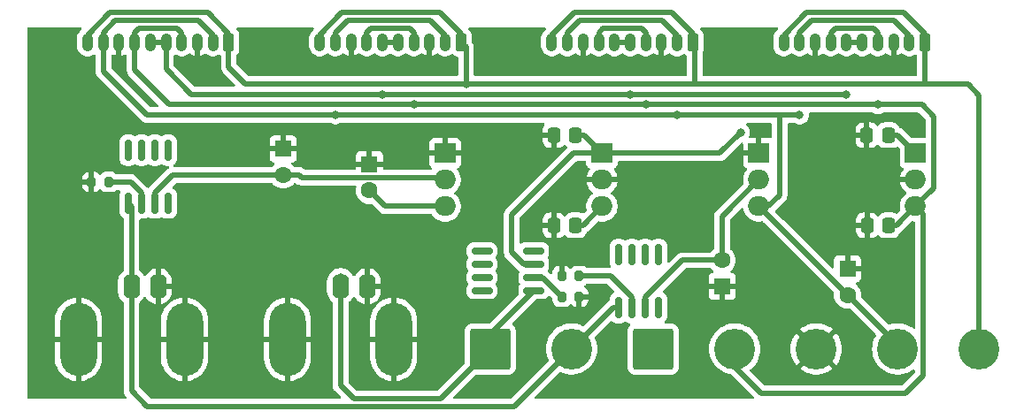
<source format=gtl>
G04 #@! TF.GenerationSoftware,KiCad,Pcbnew,8.0.7*
G04 #@! TF.CreationDate,2025-01-13T15:19:08-08:00*
G04 #@! TF.ProjectId,psu_linear_reg,7073755f-6c69-46e6-9561-725f7265672e,rev?*
G04 #@! TF.SameCoordinates,Original*
G04 #@! TF.FileFunction,Copper,L1,Top*
G04 #@! TF.FilePolarity,Positive*
%FSLAX46Y46*%
G04 Gerber Fmt 4.6, Leading zero omitted, Abs format (unit mm)*
G04 Created by KiCad (PCBNEW 8.0.7) date 2025-01-13 15:19:08*
%MOMM*%
%LPD*%
G01*
G04 APERTURE LIST*
G04 Aperture macros list*
%AMRoundRect*
0 Rectangle with rounded corners*
0 $1 Rounding radius*
0 $2 $3 $4 $5 $6 $7 $8 $9 X,Y pos of 4 corners*
0 Add a 4 corners polygon primitive as box body*
4,1,4,$2,$3,$4,$5,$6,$7,$8,$9,$2,$3,0*
0 Add four circle primitives for the rounded corners*
1,1,$1+$1,$2,$3*
1,1,$1+$1,$4,$5*
1,1,$1+$1,$6,$7*
1,1,$1+$1,$8,$9*
0 Add four rect primitives between the rounded corners*
20,1,$1+$1,$2,$3,$4,$5,0*
20,1,$1+$1,$4,$5,$6,$7,0*
20,1,$1+$1,$6,$7,$8,$9,0*
20,1,$1+$1,$8,$9,$2,$3,0*%
G04 Aperture macros list end*
G04 #@! TA.AperFunction,ComponentPad*
%ADD10O,1.600000X2.500000*%
G04 #@! TD*
G04 #@! TA.AperFunction,ComponentPad*
%ADD11O,3.500000X7.000000*%
G04 #@! TD*
G04 #@! TA.AperFunction,ComponentPad*
%ADD12RoundRect,0.250000X0.265000X0.615000X-0.265000X0.615000X-0.265000X-0.615000X0.265000X-0.615000X0*%
G04 #@! TD*
G04 #@! TA.AperFunction,ComponentPad*
%ADD13O,1.030000X1.730000*%
G04 #@! TD*
G04 #@! TA.AperFunction,ComponentPad*
%ADD14O,2.000000X1.905000*%
G04 #@! TD*
G04 #@! TA.AperFunction,ComponentPad*
%ADD15R,2.000000X1.905000*%
G04 #@! TD*
G04 #@! TA.AperFunction,SMDPad,CuDef*
%ADD16RoundRect,0.250000X0.337500X0.475000X-0.337500X0.475000X-0.337500X-0.475000X0.337500X-0.475000X0*%
G04 #@! TD*
G04 #@! TA.AperFunction,SMDPad,CuDef*
%ADD17RoundRect,0.200000X0.200000X0.275000X-0.200000X0.275000X-0.200000X-0.275000X0.200000X-0.275000X0*%
G04 #@! TD*
G04 #@! TA.AperFunction,ComponentPad*
%ADD18RoundRect,0.250002X-1.699998X-1.699998X1.699998X-1.699998X1.699998X1.699998X-1.699998X1.699998X0*%
G04 #@! TD*
G04 #@! TA.AperFunction,ComponentPad*
%ADD19C,3.900000*%
G04 #@! TD*
G04 #@! TA.AperFunction,SMDPad,CuDef*
%ADD20RoundRect,0.200000X-0.200000X-0.275000X0.200000X-0.275000X0.200000X0.275000X-0.200000X0.275000X0*%
G04 #@! TD*
G04 #@! TA.AperFunction,ComponentPad*
%ADD21R,1.600000X1.600000*%
G04 #@! TD*
G04 #@! TA.AperFunction,ComponentPad*
%ADD22C,1.600000*%
G04 #@! TD*
G04 #@! TA.AperFunction,SMDPad,CuDef*
%ADD23RoundRect,0.162500X0.162500X-0.825000X0.162500X0.825000X-0.162500X0.825000X-0.162500X-0.825000X0*%
G04 #@! TD*
G04 #@! TA.AperFunction,SMDPad,CuDef*
%ADD24RoundRect,0.150000X0.825000X0.150000X-0.825000X0.150000X-0.825000X-0.150000X0.825000X-0.150000X0*%
G04 #@! TD*
G04 #@! TA.AperFunction,ViaPad*
%ADD25C,0.800000*%
G04 #@! TD*
G04 #@! TA.AperFunction,Conductor*
%ADD26C,0.500000*%
G04 #@! TD*
G04 APERTURE END LIST*
D10*
X97000000Y-143000000D03*
D11*
X102080000Y-148080000D03*
D10*
X99540000Y-143000000D03*
D11*
X91920000Y-148080000D03*
D12*
X150700000Y-119600000D03*
D13*
X149200000Y-119600000D03*
X147700000Y-119600000D03*
X146200000Y-119600000D03*
X144700000Y-119600000D03*
X143200000Y-119600000D03*
X141700000Y-119600000D03*
X140200000Y-119600000D03*
X138700000Y-119600000D03*
X137200000Y-119600000D03*
D10*
X117000000Y-143000000D03*
D11*
X122080000Y-148080000D03*
D10*
X119540000Y-143000000D03*
D11*
X111920000Y-148080000D03*
D14*
X142000000Y-135330000D03*
X142000000Y-132790000D03*
D15*
X142000000Y-130250000D03*
D16*
X139467500Y-137160000D03*
X137392500Y-137160000D03*
X169418000Y-128524000D03*
X167343000Y-128524000D03*
D17*
X94825000Y-133000000D03*
X93175000Y-133000000D03*
D16*
X169439500Y-137160000D03*
X167364500Y-137160000D03*
D18*
X131300000Y-149000000D03*
D19*
X139100000Y-149000000D03*
D12*
X172900000Y-119600000D03*
D13*
X171400000Y-119600000D03*
X169900000Y-119600000D03*
X168400000Y-119600000D03*
X166900000Y-119600000D03*
X165400000Y-119600000D03*
X163900000Y-119600000D03*
X162400000Y-119600000D03*
X160900000Y-119600000D03*
X159400000Y-119600000D03*
D15*
X127000000Y-130250000D03*
D14*
X127000000Y-132790000D03*
X127000000Y-135330000D03*
D20*
X138175000Y-144000000D03*
X139825000Y-144000000D03*
D21*
X111500000Y-129817621D03*
D22*
X111500000Y-132317621D03*
D18*
X146900000Y-149000000D03*
D19*
X154700000Y-149000000D03*
X162500000Y-149000000D03*
X170300000Y-149000000D03*
X178100000Y-149000000D03*
D16*
X139467500Y-128524000D03*
X137392500Y-128524000D03*
D12*
X128500000Y-119600000D03*
D13*
X127000000Y-119600000D03*
X125500000Y-119600000D03*
X124000000Y-119600000D03*
X122500000Y-119600000D03*
X121000000Y-119600000D03*
X119500000Y-119600000D03*
X118000000Y-119600000D03*
X116500000Y-119600000D03*
X115000000Y-119600000D03*
D23*
X143595000Y-145037500D03*
X144865000Y-145037500D03*
X146135000Y-145037500D03*
X147405000Y-145037500D03*
X147405000Y-139962500D03*
X146135000Y-139962500D03*
X144865000Y-139962500D03*
X143595000Y-139962500D03*
D21*
X165500000Y-141317621D03*
D22*
X165500000Y-143817621D03*
D15*
X157000000Y-130250000D03*
D14*
X157000000Y-132790000D03*
X157000000Y-135330000D03*
D15*
X172000000Y-130250000D03*
D14*
X172000000Y-132790000D03*
X172000000Y-135330000D03*
D21*
X153500000Y-143000000D03*
D22*
X153500000Y-140500000D03*
D17*
X139825000Y-142000000D03*
X138175000Y-142000000D03*
D23*
X96690000Y-135037500D03*
X97960000Y-135037500D03*
X99230000Y-135037500D03*
X100500000Y-135037500D03*
X100500000Y-129962500D03*
X99230000Y-129962500D03*
X97960000Y-129962500D03*
X96690000Y-129962500D03*
D21*
X119750000Y-131317621D03*
D22*
X119750000Y-133817621D03*
D12*
X106300000Y-119600000D03*
D13*
X104800000Y-119600000D03*
X103300000Y-119600000D03*
X101800000Y-119600000D03*
X100300000Y-119600000D03*
X98800000Y-119600000D03*
X97300000Y-119600000D03*
X95800000Y-119600000D03*
X94300000Y-119600000D03*
X92800000Y-119600000D03*
D24*
X135475000Y-143405000D03*
X135475000Y-142135000D03*
X135475000Y-140865000D03*
X135475000Y-139595000D03*
X130525000Y-139595000D03*
X130525000Y-140865000D03*
X130525000Y-142135000D03*
X130525000Y-143405000D03*
D25*
X144700000Y-124600000D03*
X165400000Y-124600000D03*
X121000000Y-124600000D03*
X146200000Y-125600000D03*
X124000000Y-125600000D03*
X168400000Y-125600000D03*
X160900000Y-126600000D03*
X116500000Y-126600000D03*
X149200000Y-126600000D03*
X129000000Y-123600000D03*
X155250000Y-128250000D03*
D26*
X136310000Y-142135000D02*
X135475000Y-142135000D01*
X138175000Y-144000000D02*
X136310000Y-142135000D01*
X131300000Y-147580000D02*
X135475000Y-143405000D01*
X131300000Y-149000000D02*
X131300000Y-147580000D01*
X153500000Y-136290000D02*
X157000000Y-132790000D01*
X153500000Y-140500000D02*
X153500000Y-136290000D01*
X149685001Y-140500000D02*
X153500000Y-140500000D01*
X146135000Y-144050001D02*
X149685001Y-140500000D01*
X146135000Y-145037500D02*
X146135000Y-144050001D01*
X142814999Y-142000000D02*
X144865000Y-144050001D01*
X144865000Y-144050001D02*
X144865000Y-145037500D01*
X139825000Y-142000000D02*
X142814999Y-142000000D01*
X143062500Y-145037500D02*
X143595000Y-145037500D01*
X139100000Y-149000000D02*
X143062500Y-145037500D01*
X100962380Y-132317621D02*
X111500000Y-132317621D01*
X99230000Y-134050001D02*
X100962380Y-132317621D01*
X99230000Y-135037500D02*
X99230000Y-134050001D01*
X97960000Y-134050001D02*
X97960000Y-135037500D01*
X94825000Y-133000000D02*
X96909999Y-133000000D01*
X96909999Y-133000000D02*
X97960000Y-134050001D01*
X97000000Y-135347500D02*
X96690000Y-135037500D01*
X97000000Y-143000000D02*
X97000000Y-135347500D01*
X117000000Y-152500000D02*
X118250000Y-153750000D01*
X117000000Y-143000000D02*
X117000000Y-152500000D01*
X118250000Y-153750000D02*
X126550000Y-153750000D01*
X126550000Y-153750000D02*
X131300000Y-149000000D01*
X121000000Y-124600000D02*
X102700000Y-124600000D01*
X144700000Y-119600000D02*
X143200000Y-119600000D01*
X139467500Y-137160000D02*
X140170000Y-137160000D01*
X100300000Y-122200000D02*
X100300000Y-119600000D01*
X122500000Y-119600000D02*
X121000000Y-119600000D01*
X140170000Y-137160000D02*
X142000000Y-135330000D01*
X102700000Y-124600000D02*
X100300000Y-122200000D01*
X144700000Y-124600000D02*
X165400000Y-124600000D01*
X121000000Y-124600000D02*
X144700000Y-124600000D01*
X100300000Y-119600000D02*
X98800000Y-119600000D01*
X166900000Y-119600000D02*
X165400000Y-119600000D01*
X100600000Y-125600000D02*
X124000000Y-125600000D01*
X101385000Y-118285000D02*
X101800000Y-118700000D01*
X168400000Y-125600000D02*
X172600000Y-125600000D01*
X119500000Y-118700000D02*
X119915000Y-118285000D01*
X141700000Y-118700000D02*
X142115000Y-118285000D01*
X169439500Y-137160000D02*
X170170000Y-137160000D01*
X124000000Y-118700000D02*
X124000000Y-119600000D01*
X124000000Y-125600000D02*
X146200000Y-125600000D01*
X172000000Y-135330000D02*
X172700000Y-136030000D01*
X123585000Y-118285000D02*
X124000000Y-118700000D01*
X168400000Y-118700000D02*
X168400000Y-119600000D01*
X163900000Y-118700000D02*
X164315000Y-118285000D01*
X119500000Y-119600000D02*
X119500000Y-118700000D01*
X97300000Y-119600000D02*
X97300000Y-118700000D01*
X170170000Y-137160000D02*
X172000000Y-135330000D01*
X173750000Y-126750000D02*
X173750000Y-133580000D01*
X173750000Y-133580000D02*
X172000000Y-135330000D01*
X164315000Y-118285000D02*
X167985000Y-118285000D01*
X145785000Y-118285000D02*
X146200000Y-118700000D01*
X97300000Y-122300000D02*
X100600000Y-125600000D01*
X154700000Y-150700000D02*
X154700000Y-149000000D01*
X141700000Y-119600000D02*
X141700000Y-118700000D01*
X171000000Y-153250000D02*
X157250000Y-153250000D01*
X101800000Y-118700000D02*
X101800000Y-119600000D01*
X167985000Y-118285000D02*
X168400000Y-118700000D01*
X172700000Y-151550000D02*
X171000000Y-153250000D01*
X119915000Y-118285000D02*
X123585000Y-118285000D01*
X172600000Y-125600000D02*
X173750000Y-126750000D01*
X146200000Y-118700000D02*
X146200000Y-119600000D01*
X157250000Y-153250000D02*
X154700000Y-150700000D01*
X97300000Y-118700000D02*
X97715000Y-118285000D01*
X97715000Y-118285000D02*
X101385000Y-118285000D01*
X142115000Y-118285000D02*
X145785000Y-118285000D01*
X146200000Y-125600000D02*
X168400000Y-125600000D01*
X172700000Y-136030000D02*
X172700000Y-151550000D01*
X97300000Y-119600000D02*
X97300000Y-122300000D01*
X163900000Y-119600000D02*
X163900000Y-118700000D01*
X160900000Y-118665000D02*
X160900000Y-119600000D01*
X159000000Y-134250000D02*
X159000000Y-126600000D01*
X149200000Y-119600000D02*
X149200000Y-118935000D01*
X157920000Y-135330000D02*
X159000000Y-134250000D01*
X149200000Y-126600000D02*
X159000000Y-126600000D01*
X149200000Y-118935000D02*
X147765000Y-117500000D01*
X171400000Y-118935000D02*
X169965000Y-117500000D01*
X157000000Y-135330000D02*
X157920000Y-135330000D01*
X116500000Y-118665000D02*
X116500000Y-119600000D01*
X95465000Y-117500000D02*
X94300000Y-118665000D01*
X157012379Y-135330000D02*
X157000000Y-135330000D01*
X94300000Y-118665000D02*
X94300000Y-119600000D01*
X171400000Y-119600000D02*
X171400000Y-118935000D01*
X159000000Y-126600000D02*
X160900000Y-126600000D01*
X170300000Y-148617621D02*
X170300000Y-149000000D01*
X98500000Y-126600000D02*
X94300000Y-122400000D01*
X165500000Y-143817621D02*
X157012379Y-135330000D01*
X104800000Y-118935000D02*
X103365000Y-117500000D01*
X169965000Y-117500000D02*
X162065000Y-117500000D01*
X127000000Y-119600000D02*
X127000000Y-118935000D01*
X104800000Y-119600000D02*
X104800000Y-118935000D01*
X147765000Y-117500000D02*
X139865000Y-117500000D01*
X117665000Y-117500000D02*
X116500000Y-118665000D01*
X138700000Y-118665000D02*
X138700000Y-119600000D01*
X127000000Y-118935000D02*
X125565000Y-117500000D01*
X103365000Y-117500000D02*
X95465000Y-117500000D01*
X165500000Y-143817621D02*
X170300000Y-148617621D01*
X94300000Y-122400000D02*
X94300000Y-119600000D01*
X116500000Y-126600000D02*
X149200000Y-126600000D01*
X125565000Y-117500000D02*
X117665000Y-117500000D01*
X162065000Y-117500000D02*
X160900000Y-118665000D01*
X116500000Y-126600000D02*
X98500000Y-126600000D01*
X139865000Y-117500000D02*
X138700000Y-118665000D01*
X177000000Y-123600000D02*
X178100000Y-124700000D01*
X127000000Y-135330000D02*
X121262379Y-135330000D01*
X150700000Y-118800000D02*
X150700000Y-119600000D01*
X104300000Y-116800000D02*
X106300000Y-118800000D01*
X137200000Y-118935000D02*
X139335000Y-116800000D01*
X148700000Y-116800000D02*
X150700000Y-118800000D01*
X159400000Y-118935000D02*
X161535000Y-116800000D01*
X159400000Y-119600000D02*
X159400000Y-118935000D01*
X107900000Y-123600000D02*
X150900000Y-123600000D01*
X172900000Y-119600000D02*
X172900000Y-123550000D01*
X129000000Y-123600000D02*
X129000000Y-120100000D01*
X117135000Y-116800000D02*
X126500000Y-116800000D01*
X92800000Y-118935000D02*
X94935000Y-116800000D01*
X172900000Y-123550000D02*
X172950000Y-123600000D01*
X115000000Y-119600000D02*
X115000000Y-118935000D01*
X137200000Y-119600000D02*
X137200000Y-118935000D01*
X172950000Y-123600000D02*
X177000000Y-123600000D01*
X150700000Y-119600000D02*
X150900000Y-119800000D01*
X170900000Y-116800000D02*
X172900000Y-118800000D01*
X128500000Y-118800000D02*
X128500000Y-119600000D01*
X106300000Y-118800000D02*
X106300000Y-119600000D01*
X172900000Y-118800000D02*
X172900000Y-119600000D01*
X178100000Y-124700000D02*
X178100000Y-149000000D01*
X106300000Y-119600000D02*
X106300000Y-122000000D01*
X121262379Y-135330000D02*
X119750000Y-133817621D01*
X139335000Y-116800000D02*
X148700000Y-116800000D01*
X150900000Y-123600000D02*
X172850000Y-123600000D01*
X161535000Y-116800000D02*
X170900000Y-116800000D01*
X150900000Y-119800000D02*
X150900000Y-123600000D01*
X129000000Y-120100000D02*
X128500000Y-119600000D01*
X172850000Y-123600000D02*
X172900000Y-123550000D01*
X106300000Y-122000000D02*
X107900000Y-123600000D01*
X92800000Y-119600000D02*
X92800000Y-118935000D01*
X126500000Y-116800000D02*
X128500000Y-118800000D01*
X115000000Y-118935000D02*
X117135000Y-116800000D01*
X94935000Y-116800000D02*
X104300000Y-116800000D01*
X97000000Y-153000000D02*
X97000000Y-143000000D01*
X133600000Y-154500000D02*
X98500000Y-154500000D01*
X139100000Y-149000000D02*
X133600000Y-154500000D01*
X98500000Y-154500000D02*
X97000000Y-153000000D01*
X142000000Y-130250000D02*
X153250000Y-130250000D01*
X140274000Y-128524000D02*
X142000000Y-130250000D01*
X139467500Y-128524000D02*
X140274000Y-128524000D01*
X135475000Y-140865000D02*
X134500001Y-140865000D01*
X134500001Y-140865000D02*
X133365000Y-139729999D01*
X133365000Y-139729999D02*
X133365000Y-136135000D01*
X153250000Y-130250000D02*
X155250000Y-128250000D01*
X139250000Y-130250000D02*
X133365000Y-136135000D01*
X142000000Y-130250000D02*
X139250000Y-130250000D01*
X169418000Y-128524000D02*
X170274000Y-128524000D01*
X170274000Y-128524000D02*
X172000000Y-130250000D01*
X126777621Y-132567621D02*
X113250000Y-132567621D01*
X113250000Y-132567621D02*
X113000000Y-132317621D01*
X113000000Y-132317621D02*
X111500000Y-132317621D01*
X127000000Y-132790000D02*
X126777621Y-132567621D01*
G04 #@! TA.AperFunction,Conductor*
G36*
X92201848Y-118219685D02*
G01*
X92247603Y-118272489D01*
X92257547Y-118341647D01*
X92228522Y-118405203D01*
X92203700Y-118427102D01*
X92152656Y-118461208D01*
X92152652Y-118461211D01*
X92011211Y-118602652D01*
X92011208Y-118602656D01*
X91900078Y-118768973D01*
X91900071Y-118768986D01*
X91823526Y-118953784D01*
X91823523Y-118953796D01*
X91784500Y-119149977D01*
X91784500Y-120050022D01*
X91823523Y-120246203D01*
X91823526Y-120246215D01*
X91900071Y-120431013D01*
X91900078Y-120431026D01*
X92011208Y-120597343D01*
X92011211Y-120597347D01*
X92152652Y-120738788D01*
X92152656Y-120738791D01*
X92318973Y-120849921D01*
X92318986Y-120849928D01*
X92502625Y-120925993D01*
X92503789Y-120926475D01*
X92647185Y-120954998D01*
X92699977Y-120965499D01*
X92699981Y-120965500D01*
X92699982Y-120965500D01*
X92900019Y-120965500D01*
X92900020Y-120965499D01*
X93096211Y-120926475D01*
X93281020Y-120849925D01*
X93356609Y-120799417D01*
X93423286Y-120778540D01*
X93490666Y-120797024D01*
X93537357Y-120849003D01*
X93549500Y-120902520D01*
X93549500Y-122473918D01*
X93549500Y-122473920D01*
X93549499Y-122473920D01*
X93578340Y-122618907D01*
X93578343Y-122618917D01*
X93634914Y-122755492D01*
X93634915Y-122755494D01*
X93634916Y-122755495D01*
X93649292Y-122777011D01*
X93664318Y-122799498D01*
X93664319Y-122799501D01*
X93717046Y-122878414D01*
X93717052Y-122878421D01*
X98021581Y-127182950D01*
X98021584Y-127182952D01*
X98089627Y-127228416D01*
X98144505Y-127265084D01*
X98144506Y-127265084D01*
X98144507Y-127265085D01*
X98226388Y-127299001D01*
X98281087Y-127321658D01*
X98281091Y-127321658D01*
X98281092Y-127321659D01*
X98426079Y-127350500D01*
X98426082Y-127350500D01*
X98426083Y-127350500D01*
X98573917Y-127350500D01*
X115960663Y-127350500D01*
X116027702Y-127370185D01*
X116033548Y-127374182D01*
X116047265Y-127384148D01*
X116047270Y-127384151D01*
X116220192Y-127461142D01*
X116220197Y-127461144D01*
X116405354Y-127500500D01*
X116405355Y-127500500D01*
X116594644Y-127500500D01*
X116594646Y-127500500D01*
X116779803Y-127461144D01*
X116952730Y-127384151D01*
X116965005Y-127375233D01*
X116966452Y-127374182D01*
X117032258Y-127350702D01*
X117039337Y-127350500D01*
X136393477Y-127350500D01*
X136460516Y-127370185D01*
X136506271Y-127422989D01*
X136516215Y-127492147D01*
X136487190Y-127555703D01*
X136481158Y-127562181D01*
X136462684Y-127580654D01*
X136370643Y-127729875D01*
X136370641Y-127729880D01*
X136315494Y-127896302D01*
X136315493Y-127896309D01*
X136305000Y-127999013D01*
X136305000Y-128274000D01*
X137268500Y-128274000D01*
X137335539Y-128293685D01*
X137381294Y-128346489D01*
X137392500Y-128398000D01*
X137392500Y-128524000D01*
X137518500Y-128524000D01*
X137585539Y-128543685D01*
X137631294Y-128596489D01*
X137642500Y-128648000D01*
X137642500Y-129748999D01*
X137779972Y-129748999D01*
X137779986Y-129748998D01*
X137882697Y-129738505D01*
X138049119Y-129683358D01*
X138049124Y-129683356D01*
X138198345Y-129591315D01*
X138322318Y-129467342D01*
X138324165Y-129464348D01*
X138325969Y-129462724D01*
X138326798Y-129461677D01*
X138326976Y-129461818D01*
X138376110Y-129417621D01*
X138445073Y-129406396D01*
X138509156Y-129434236D01*
X138535243Y-129464341D01*
X138537288Y-129467656D01*
X138537289Y-129467657D01*
X138666450Y-129596818D01*
X138699935Y-129658141D01*
X138694951Y-129727833D01*
X138666450Y-129772180D01*
X132782047Y-135656584D01*
X132782045Y-135656586D01*
X132751041Y-135702991D01*
X132751039Y-135702994D01*
X132699919Y-135779499D01*
X132699912Y-135779511D01*
X132643343Y-135916082D01*
X132643340Y-135916092D01*
X132614500Y-136061079D01*
X132614500Y-139803917D01*
X132643340Y-139948906D01*
X132643343Y-139948916D01*
X132699912Y-140085487D01*
X132699916Y-140085494D01*
X132718464Y-140113253D01*
X132718465Y-140113256D01*
X132782046Y-140208413D01*
X132782052Y-140208420D01*
X134021585Y-141447952D01*
X134021591Y-141447957D01*
X134060384Y-141473876D01*
X134105191Y-141527486D01*
X134113901Y-141596811D01*
X134098230Y-141640100D01*
X134048254Y-141724605D01*
X134048254Y-141724606D01*
X134002402Y-141882426D01*
X134002401Y-141882432D01*
X133999500Y-141919298D01*
X133999500Y-142350701D01*
X134002401Y-142387567D01*
X134002402Y-142387573D01*
X134048254Y-142545393D01*
X134048255Y-142545396D01*
X134131917Y-142686862D01*
X134136702Y-142693031D01*
X134134256Y-142694927D01*
X134160857Y-142743642D01*
X134155873Y-142813334D01*
X134135069Y-142845703D01*
X134136702Y-142846969D01*
X134131917Y-142853137D01*
X134048255Y-142994603D01*
X134048254Y-142994606D01*
X134002402Y-143152426D01*
X134002401Y-143152432D01*
X133999500Y-143189298D01*
X133999500Y-143620701D01*
X134002401Y-143657563D01*
X134002402Y-143657569D01*
X134017661Y-143710091D01*
X134017461Y-143779961D01*
X133986265Y-143832366D01*
X131305449Y-146513181D01*
X131244126Y-146546666D01*
X131217768Y-146549500D01*
X129550000Y-146549500D01*
X129549983Y-146549501D01*
X129447204Y-146560000D01*
X129447201Y-146560001D01*
X129280669Y-146615185D01*
X129280664Y-146615187D01*
X129131343Y-146707290D01*
X129007290Y-146831343D01*
X128915187Y-146980664D01*
X128915186Y-146980667D01*
X128860001Y-147147204D01*
X128860001Y-147147205D01*
X128860000Y-147147205D01*
X128849500Y-147249985D01*
X128849500Y-150337769D01*
X128829815Y-150404808D01*
X128813181Y-150425450D01*
X126275451Y-152963181D01*
X126214128Y-152996666D01*
X126187770Y-152999500D01*
X118612230Y-152999500D01*
X118545191Y-152979815D01*
X118524549Y-152963181D01*
X117786819Y-152225451D01*
X117753334Y-152164128D01*
X117750500Y-152137770D01*
X117750500Y-146182533D01*
X119830000Y-146182533D01*
X119830000Y-147830000D01*
X121105038Y-147830000D01*
X121075000Y-147981016D01*
X121075000Y-148178984D01*
X121105038Y-148330000D01*
X119830000Y-148330000D01*
X119830000Y-149977466D01*
X119830001Y-149977483D01*
X119868496Y-150269884D01*
X119868499Y-150269897D01*
X119944835Y-150554790D01*
X119944838Y-150554800D01*
X120057704Y-150827281D01*
X120057709Y-150827292D01*
X120205174Y-151082707D01*
X120205185Y-151082723D01*
X120384729Y-151316709D01*
X120384735Y-151316716D01*
X120593283Y-151525264D01*
X120593290Y-151525270D01*
X120827276Y-151704814D01*
X120827292Y-151704825D01*
X121082707Y-151852290D01*
X121082718Y-151852295D01*
X121355199Y-151965161D01*
X121355209Y-151965164D01*
X121640102Y-152041500D01*
X121640115Y-152041503D01*
X121830000Y-152066502D01*
X121830000Y-149054961D01*
X121981016Y-149085000D01*
X122178984Y-149085000D01*
X122330000Y-149054961D01*
X122330000Y-152066501D01*
X122519884Y-152041503D01*
X122519897Y-152041500D01*
X122804790Y-151965164D01*
X122804800Y-151965161D01*
X123077281Y-151852295D01*
X123077292Y-151852290D01*
X123332707Y-151704825D01*
X123332723Y-151704814D01*
X123566709Y-151525270D01*
X123566716Y-151525264D01*
X123775264Y-151316716D01*
X123775270Y-151316709D01*
X123954814Y-151082723D01*
X123954825Y-151082707D01*
X124102290Y-150827292D01*
X124102295Y-150827281D01*
X124215161Y-150554800D01*
X124215164Y-150554790D01*
X124291500Y-150269897D01*
X124291503Y-150269884D01*
X124329998Y-149977483D01*
X124330000Y-149977466D01*
X124330000Y-148330000D01*
X123054962Y-148330000D01*
X123085000Y-148178984D01*
X123085000Y-147981016D01*
X123054962Y-147830000D01*
X124330000Y-147830000D01*
X124330000Y-146182533D01*
X124329998Y-146182516D01*
X124291503Y-145890115D01*
X124291500Y-145890102D01*
X124215164Y-145605209D01*
X124215161Y-145605199D01*
X124102295Y-145332718D01*
X124102290Y-145332707D01*
X123954825Y-145077292D01*
X123954814Y-145077276D01*
X123775270Y-144843290D01*
X123775264Y-144843283D01*
X123566716Y-144634735D01*
X123566709Y-144634729D01*
X123332723Y-144455185D01*
X123332707Y-144455174D01*
X123077292Y-144307709D01*
X123077281Y-144307704D01*
X122804800Y-144194838D01*
X122804790Y-144194835D01*
X122519897Y-144118499D01*
X122519886Y-144118497D01*
X122330000Y-144093496D01*
X122330000Y-147105038D01*
X122178984Y-147075000D01*
X121981016Y-147075000D01*
X121830000Y-147105038D01*
X121830000Y-144093496D01*
X121829999Y-144093496D01*
X121640113Y-144118497D01*
X121640102Y-144118499D01*
X121355209Y-144194835D01*
X121355199Y-144194838D01*
X121082718Y-144307704D01*
X121082707Y-144307709D01*
X120827292Y-144455174D01*
X120827276Y-144455185D01*
X120593290Y-144634729D01*
X120593283Y-144634735D01*
X120384735Y-144843283D01*
X120384729Y-144843290D01*
X120205185Y-145077276D01*
X120205174Y-145077292D01*
X120057709Y-145332707D01*
X120057704Y-145332718D01*
X119944838Y-145605199D01*
X119944835Y-145605209D01*
X119868499Y-145890102D01*
X119868496Y-145890115D01*
X119830001Y-146182516D01*
X119830000Y-146182533D01*
X117750500Y-146182533D01*
X117750500Y-144575416D01*
X117770185Y-144508377D01*
X117801613Y-144475099D01*
X117847219Y-144441966D01*
X117991966Y-144297219D01*
X117991968Y-144297215D01*
X117991971Y-144297213D01*
X118112284Y-144131614D01*
X118112285Y-144131613D01*
X118112287Y-144131610D01*
X118159795Y-144038369D01*
X118207770Y-143987574D01*
X118275591Y-143970779D01*
X118341725Y-143993316D01*
X118380765Y-144038370D01*
X118428140Y-144131349D01*
X118548417Y-144296894D01*
X118548417Y-144296895D01*
X118693104Y-144441582D01*
X118858650Y-144561859D01*
X119040968Y-144654754D01*
X119235578Y-144717988D01*
X119290000Y-144726607D01*
X119290000Y-143369504D01*
X119368236Y-143414674D01*
X119481415Y-143445000D01*
X119598585Y-143445000D01*
X119711764Y-143414674D01*
X119790000Y-143369504D01*
X119790000Y-144726606D01*
X119844421Y-144717988D01*
X120039031Y-144654754D01*
X120221349Y-144561859D01*
X120386894Y-144441582D01*
X120386895Y-144441582D01*
X120531582Y-144296895D01*
X120531582Y-144296894D01*
X120651859Y-144131349D01*
X120744755Y-143949031D01*
X120807990Y-143754417D01*
X120840000Y-143552317D01*
X120840000Y-143250000D01*
X119909504Y-143250000D01*
X119954674Y-143171764D01*
X119985000Y-143058585D01*
X119985000Y-142941415D01*
X119954674Y-142828236D01*
X119909504Y-142750000D01*
X120840000Y-142750000D01*
X120840000Y-142447682D01*
X120807990Y-142245582D01*
X120744755Y-142050968D01*
X120651859Y-141868650D01*
X120531582Y-141703105D01*
X120531582Y-141703104D01*
X120386895Y-141558417D01*
X120221349Y-141438140D01*
X120039029Y-141345244D01*
X119844413Y-141282009D01*
X119790000Y-141273390D01*
X119790000Y-142630495D01*
X119711764Y-142585326D01*
X119598585Y-142555000D01*
X119481415Y-142555000D01*
X119368236Y-142585326D01*
X119290000Y-142630495D01*
X119290000Y-141273390D01*
X119235586Y-141282009D01*
X119040970Y-141345244D01*
X118858650Y-141438140D01*
X118693105Y-141558417D01*
X118693104Y-141558417D01*
X118548417Y-141703104D01*
X118548417Y-141703105D01*
X118428140Y-141868650D01*
X118380765Y-141961629D01*
X118332790Y-142012425D01*
X118264969Y-142029220D01*
X118198834Y-142006682D01*
X118159795Y-141961629D01*
X118142411Y-141927511D01*
X118112287Y-141868390D01*
X118093704Y-141842812D01*
X117991971Y-141702786D01*
X117847213Y-141558028D01*
X117681613Y-141437715D01*
X117681612Y-141437714D01*
X117681610Y-141437713D01*
X117600784Y-141396530D01*
X117499223Y-141344781D01*
X117304534Y-141281522D01*
X117129995Y-141253878D01*
X117102352Y-141249500D01*
X116897648Y-141249500D01*
X116890678Y-141250604D01*
X116695465Y-141281522D01*
X116500776Y-141344781D01*
X116318386Y-141437715D01*
X116152786Y-141558028D01*
X116008028Y-141702786D01*
X115887715Y-141868386D01*
X115794781Y-142050776D01*
X115731522Y-142245465D01*
X115709015Y-142387573D01*
X115699500Y-142447648D01*
X115699500Y-143552352D01*
X115702206Y-143569436D01*
X115731522Y-143754534D01*
X115794781Y-143949223D01*
X115887715Y-144131613D01*
X116008028Y-144297213D01*
X116008034Y-144297219D01*
X116152781Y-144441966D01*
X116198384Y-144475098D01*
X116241050Y-144530425D01*
X116249500Y-144575416D01*
X116249500Y-152573918D01*
X116249500Y-152573920D01*
X116249499Y-152573920D01*
X116278340Y-152718907D01*
X116278343Y-152718917D01*
X116334913Y-152855490D01*
X116334914Y-152855492D01*
X116360982Y-152894505D01*
X116360983Y-152894507D01*
X116417043Y-152978410D01*
X116417047Y-152978415D01*
X116976451Y-153537819D01*
X117009936Y-153599142D01*
X117004952Y-153668834D01*
X116963080Y-153724767D01*
X116897616Y-153749184D01*
X116888770Y-153749500D01*
X98862229Y-153749500D01*
X98795190Y-153729815D01*
X98774548Y-153713181D01*
X97786819Y-152725451D01*
X97753334Y-152664128D01*
X97750500Y-152637770D01*
X97750500Y-146182533D01*
X99830000Y-146182533D01*
X99830000Y-147830000D01*
X101105038Y-147830000D01*
X101075000Y-147981016D01*
X101075000Y-148178984D01*
X101105038Y-148330000D01*
X99830000Y-148330000D01*
X99830000Y-149977466D01*
X99830001Y-149977483D01*
X99868496Y-150269884D01*
X99868499Y-150269897D01*
X99944835Y-150554790D01*
X99944838Y-150554800D01*
X100057704Y-150827281D01*
X100057709Y-150827292D01*
X100205174Y-151082707D01*
X100205185Y-151082723D01*
X100384729Y-151316709D01*
X100384735Y-151316716D01*
X100593283Y-151525264D01*
X100593290Y-151525270D01*
X100827276Y-151704814D01*
X100827292Y-151704825D01*
X101082707Y-151852290D01*
X101082718Y-151852295D01*
X101355199Y-151965161D01*
X101355209Y-151965164D01*
X101640102Y-152041500D01*
X101640115Y-152041503D01*
X101830000Y-152066502D01*
X101830000Y-149054961D01*
X101981016Y-149085000D01*
X102178984Y-149085000D01*
X102330000Y-149054961D01*
X102330000Y-152066501D01*
X102519884Y-152041503D01*
X102519897Y-152041500D01*
X102804790Y-151965164D01*
X102804800Y-151965161D01*
X103077281Y-151852295D01*
X103077292Y-151852290D01*
X103332707Y-151704825D01*
X103332723Y-151704814D01*
X103566709Y-151525270D01*
X103566716Y-151525264D01*
X103775264Y-151316716D01*
X103775270Y-151316709D01*
X103954814Y-151082723D01*
X103954825Y-151082707D01*
X104102290Y-150827292D01*
X104102295Y-150827281D01*
X104215161Y-150554800D01*
X104215164Y-150554790D01*
X104291500Y-150269897D01*
X104291503Y-150269884D01*
X104329998Y-149977483D01*
X104330000Y-149977466D01*
X104330000Y-148330000D01*
X103054962Y-148330000D01*
X103085000Y-148178984D01*
X103085000Y-147981016D01*
X103054962Y-147830000D01*
X104330000Y-147830000D01*
X104330000Y-146182533D01*
X109670000Y-146182533D01*
X109670000Y-147830000D01*
X110945038Y-147830000D01*
X110915000Y-147981016D01*
X110915000Y-148178984D01*
X110945038Y-148330000D01*
X109670000Y-148330000D01*
X109670000Y-149977466D01*
X109670001Y-149977483D01*
X109708496Y-150269884D01*
X109708499Y-150269897D01*
X109784835Y-150554790D01*
X109784838Y-150554800D01*
X109897704Y-150827281D01*
X109897709Y-150827292D01*
X110045174Y-151082707D01*
X110045185Y-151082723D01*
X110224729Y-151316709D01*
X110224735Y-151316716D01*
X110433283Y-151525264D01*
X110433290Y-151525270D01*
X110667276Y-151704814D01*
X110667292Y-151704825D01*
X110922707Y-151852290D01*
X110922718Y-151852295D01*
X111195199Y-151965161D01*
X111195209Y-151965164D01*
X111480102Y-152041500D01*
X111480115Y-152041503D01*
X111670000Y-152066502D01*
X111670000Y-149054961D01*
X111821016Y-149085000D01*
X112018984Y-149085000D01*
X112170000Y-149054961D01*
X112170000Y-152066501D01*
X112359884Y-152041503D01*
X112359897Y-152041500D01*
X112644790Y-151965164D01*
X112644800Y-151965161D01*
X112917281Y-151852295D01*
X112917292Y-151852290D01*
X113172707Y-151704825D01*
X113172723Y-151704814D01*
X113406709Y-151525270D01*
X113406716Y-151525264D01*
X113615264Y-151316716D01*
X113615270Y-151316709D01*
X113794814Y-151082723D01*
X113794825Y-151082707D01*
X113942290Y-150827292D01*
X113942295Y-150827281D01*
X114055161Y-150554800D01*
X114055164Y-150554790D01*
X114131500Y-150269897D01*
X114131503Y-150269884D01*
X114169998Y-149977483D01*
X114170000Y-149977466D01*
X114170000Y-148330000D01*
X112894962Y-148330000D01*
X112925000Y-148178984D01*
X112925000Y-147981016D01*
X112894962Y-147830000D01*
X114170000Y-147830000D01*
X114170000Y-146182533D01*
X114169998Y-146182516D01*
X114131503Y-145890115D01*
X114131500Y-145890102D01*
X114055164Y-145605209D01*
X114055161Y-145605199D01*
X113942295Y-145332718D01*
X113942290Y-145332707D01*
X113794825Y-145077292D01*
X113794814Y-145077276D01*
X113615270Y-144843290D01*
X113615264Y-144843283D01*
X113406716Y-144634735D01*
X113406709Y-144634729D01*
X113172723Y-144455185D01*
X113172707Y-144455174D01*
X112917292Y-144307709D01*
X112917281Y-144307704D01*
X112644800Y-144194838D01*
X112644790Y-144194835D01*
X112359897Y-144118499D01*
X112359886Y-144118497D01*
X112170000Y-144093496D01*
X112170000Y-147105038D01*
X112018984Y-147075000D01*
X111821016Y-147075000D01*
X111670000Y-147105038D01*
X111670000Y-144093496D01*
X111669999Y-144093496D01*
X111480113Y-144118497D01*
X111480102Y-144118499D01*
X111195209Y-144194835D01*
X111195199Y-144194838D01*
X110922718Y-144307704D01*
X110922707Y-144307709D01*
X110667292Y-144455174D01*
X110667276Y-144455185D01*
X110433290Y-144634729D01*
X110433283Y-144634735D01*
X110224735Y-144843283D01*
X110224729Y-144843290D01*
X110045185Y-145077276D01*
X110045174Y-145077292D01*
X109897709Y-145332707D01*
X109897704Y-145332718D01*
X109784838Y-145605199D01*
X109784835Y-145605209D01*
X109708499Y-145890102D01*
X109708496Y-145890115D01*
X109670001Y-146182516D01*
X109670000Y-146182533D01*
X104330000Y-146182533D01*
X104329998Y-146182516D01*
X104291503Y-145890115D01*
X104291500Y-145890102D01*
X104215164Y-145605209D01*
X104215161Y-145605199D01*
X104102295Y-145332718D01*
X104102290Y-145332707D01*
X103954825Y-145077292D01*
X103954814Y-145077276D01*
X103775270Y-144843290D01*
X103775264Y-144843283D01*
X103566716Y-144634735D01*
X103566709Y-144634729D01*
X103332723Y-144455185D01*
X103332707Y-144455174D01*
X103077292Y-144307709D01*
X103077281Y-144307704D01*
X102804800Y-144194838D01*
X102804790Y-144194835D01*
X102519897Y-144118499D01*
X102519886Y-144118497D01*
X102330000Y-144093496D01*
X102330000Y-147105038D01*
X102178984Y-147075000D01*
X101981016Y-147075000D01*
X101830000Y-147105038D01*
X101830000Y-144093496D01*
X101829999Y-144093496D01*
X101640113Y-144118497D01*
X101640102Y-144118499D01*
X101355209Y-144194835D01*
X101355199Y-144194838D01*
X101082718Y-144307704D01*
X101082707Y-144307709D01*
X100827292Y-144455174D01*
X100827276Y-144455185D01*
X100593290Y-144634729D01*
X100593283Y-144634735D01*
X100384735Y-144843283D01*
X100384729Y-144843290D01*
X100205185Y-145077276D01*
X100205174Y-145077292D01*
X100057709Y-145332707D01*
X100057704Y-145332718D01*
X99944838Y-145605199D01*
X99944835Y-145605209D01*
X99868499Y-145890102D01*
X99868496Y-145890115D01*
X99830001Y-146182516D01*
X99830000Y-146182533D01*
X97750500Y-146182533D01*
X97750500Y-144575416D01*
X97770185Y-144508377D01*
X97801613Y-144475099D01*
X97847219Y-144441966D01*
X97991966Y-144297219D01*
X97991968Y-144297215D01*
X97991971Y-144297213D01*
X98112284Y-144131614D01*
X98112285Y-144131613D01*
X98112287Y-144131610D01*
X98159795Y-144038369D01*
X98207770Y-143987574D01*
X98275591Y-143970779D01*
X98341725Y-143993316D01*
X98380765Y-144038370D01*
X98428140Y-144131349D01*
X98548417Y-144296894D01*
X98548417Y-144296895D01*
X98693104Y-144441582D01*
X98858650Y-144561859D01*
X99040968Y-144654754D01*
X99235578Y-144717988D01*
X99290000Y-144726607D01*
X99290000Y-143369504D01*
X99368236Y-143414674D01*
X99481415Y-143445000D01*
X99598585Y-143445000D01*
X99711764Y-143414674D01*
X99790000Y-143369504D01*
X99790000Y-144726606D01*
X99844421Y-144717988D01*
X100039031Y-144654754D01*
X100221349Y-144561859D01*
X100386894Y-144441582D01*
X100386895Y-144441582D01*
X100531582Y-144296895D01*
X100531582Y-144296894D01*
X100651859Y-144131349D01*
X100744755Y-143949031D01*
X100807990Y-143754417D01*
X100840000Y-143552317D01*
X100840000Y-143250000D01*
X99909504Y-143250000D01*
X99954674Y-143171764D01*
X99985000Y-143058585D01*
X99985000Y-142941415D01*
X99954674Y-142828236D01*
X99909504Y-142750000D01*
X100840000Y-142750000D01*
X100840000Y-142447682D01*
X100807990Y-142245582D01*
X100744755Y-142050968D01*
X100651859Y-141868650D01*
X100531582Y-141703105D01*
X100531582Y-141703104D01*
X100386895Y-141558417D01*
X100221349Y-141438140D01*
X100039029Y-141345244D01*
X99844413Y-141282009D01*
X99790000Y-141273390D01*
X99790000Y-142630495D01*
X99711764Y-142585326D01*
X99598585Y-142555000D01*
X99481415Y-142555000D01*
X99368236Y-142585326D01*
X99290000Y-142630495D01*
X99290000Y-141273390D01*
X99235586Y-141282009D01*
X99040970Y-141345244D01*
X98858650Y-141438140D01*
X98693105Y-141558417D01*
X98693104Y-141558417D01*
X98548417Y-141703104D01*
X98548417Y-141703105D01*
X98428140Y-141868650D01*
X98380765Y-141961629D01*
X98332790Y-142012425D01*
X98264969Y-142029220D01*
X98198834Y-142006682D01*
X98159795Y-141961629D01*
X98142411Y-141927511D01*
X98112287Y-141868390D01*
X98093704Y-141842812D01*
X97991971Y-141702786D01*
X97847217Y-141558032D01*
X97847212Y-141558028D01*
X97801615Y-141524900D01*
X97758949Y-141469571D01*
X97750500Y-141424582D01*
X97750500Y-139379298D01*
X129049500Y-139379298D01*
X129049500Y-139810701D01*
X129052401Y-139847567D01*
X129052402Y-139847573D01*
X129098254Y-140005393D01*
X129098255Y-140005396D01*
X129181917Y-140146862D01*
X129186702Y-140153031D01*
X129184256Y-140154927D01*
X129210857Y-140203642D01*
X129205873Y-140273334D01*
X129185069Y-140305703D01*
X129186702Y-140306969D01*
X129181917Y-140313137D01*
X129098255Y-140454603D01*
X129098254Y-140454606D01*
X129052402Y-140612426D01*
X129052401Y-140612432D01*
X129049500Y-140649298D01*
X129049500Y-141080701D01*
X129052401Y-141117567D01*
X129052402Y-141117573D01*
X129098254Y-141275393D01*
X129098255Y-141275396D01*
X129181917Y-141416862D01*
X129186702Y-141423031D01*
X129184256Y-141424927D01*
X129210857Y-141473642D01*
X129205873Y-141543334D01*
X129185069Y-141575703D01*
X129186702Y-141576969D01*
X129181917Y-141583137D01*
X129098255Y-141724603D01*
X129098254Y-141724606D01*
X129052402Y-141882426D01*
X129052401Y-141882432D01*
X129049500Y-141919298D01*
X129049500Y-142350701D01*
X129052401Y-142387567D01*
X129052402Y-142387573D01*
X129098254Y-142545393D01*
X129098255Y-142545396D01*
X129181917Y-142686862D01*
X129186702Y-142693031D01*
X129184256Y-142694927D01*
X129210857Y-142743642D01*
X129205873Y-142813334D01*
X129185069Y-142845703D01*
X129186702Y-142846969D01*
X129181917Y-142853137D01*
X129098255Y-142994603D01*
X129098254Y-142994606D01*
X129052402Y-143152426D01*
X129052401Y-143152432D01*
X129049500Y-143189298D01*
X129049500Y-143620701D01*
X129052401Y-143657567D01*
X129052402Y-143657573D01*
X129098254Y-143815393D01*
X129098255Y-143815396D01*
X129098256Y-143815398D01*
X129132913Y-143874000D01*
X129177399Y-143949223D01*
X129181918Y-143956864D01*
X129181923Y-143956870D01*
X129298129Y-144073076D01*
X129298133Y-144073079D01*
X129298135Y-144073081D01*
X129439602Y-144156744D01*
X129481224Y-144168836D01*
X129597426Y-144202597D01*
X129597429Y-144202597D01*
X129597431Y-144202598D01*
X129634306Y-144205500D01*
X129634314Y-144205500D01*
X131415686Y-144205500D01*
X131415694Y-144205500D01*
X131452569Y-144202598D01*
X131452571Y-144202597D01*
X131452573Y-144202597D01*
X131510143Y-144185871D01*
X131610398Y-144156744D01*
X131751865Y-144073081D01*
X131868081Y-143956865D01*
X131951744Y-143815398D01*
X131997598Y-143657569D01*
X132000500Y-143620694D01*
X132000500Y-143189306D01*
X131997598Y-143152431D01*
X131984227Y-143106409D01*
X131951745Y-142994606D01*
X131951744Y-142994603D01*
X131951744Y-142994602D01*
X131868081Y-142853135D01*
X131868078Y-142853132D01*
X131863298Y-142846969D01*
X131865750Y-142845066D01*
X131839155Y-142796421D01*
X131844104Y-142726726D01*
X131864940Y-142694304D01*
X131863298Y-142693031D01*
X131868075Y-142686870D01*
X131868081Y-142686865D01*
X131951744Y-142545398D01*
X131985505Y-142429191D01*
X131997597Y-142387573D01*
X131997598Y-142387567D01*
X131999790Y-142359714D01*
X132000500Y-142350694D01*
X132000500Y-141919306D01*
X131997598Y-141882431D01*
X131993594Y-141868650D01*
X131951745Y-141724606D01*
X131951744Y-141724603D01*
X131951744Y-141724602D01*
X131868081Y-141583135D01*
X131868078Y-141583132D01*
X131863298Y-141576969D01*
X131865750Y-141575066D01*
X131839155Y-141526421D01*
X131844104Y-141456726D01*
X131864940Y-141424304D01*
X131863298Y-141423031D01*
X131868075Y-141416870D01*
X131868081Y-141416865D01*
X131951744Y-141275398D01*
X131997598Y-141117569D01*
X132000500Y-141080694D01*
X132000500Y-140649306D01*
X131997598Y-140612431D01*
X131994746Y-140602616D01*
X131951745Y-140454606D01*
X131951744Y-140454603D01*
X131951744Y-140454602D01*
X131868081Y-140313135D01*
X131868078Y-140313132D01*
X131863298Y-140306969D01*
X131865750Y-140305066D01*
X131839155Y-140256421D01*
X131844104Y-140186726D01*
X131864940Y-140154304D01*
X131863298Y-140153031D01*
X131868075Y-140146870D01*
X131868081Y-140146865D01*
X131951744Y-140005398D01*
X131997598Y-139847569D01*
X132000500Y-139810694D01*
X132000500Y-139379306D01*
X131997598Y-139342431D01*
X131951744Y-139184602D01*
X131868081Y-139043135D01*
X131868079Y-139043133D01*
X131868076Y-139043129D01*
X131751870Y-138926923D01*
X131751862Y-138926917D01*
X131610396Y-138843255D01*
X131610393Y-138843254D01*
X131452573Y-138797402D01*
X131452567Y-138797401D01*
X131415701Y-138794500D01*
X131415694Y-138794500D01*
X129634306Y-138794500D01*
X129634298Y-138794500D01*
X129597432Y-138797401D01*
X129597426Y-138797402D01*
X129439606Y-138843254D01*
X129439603Y-138843255D01*
X129298137Y-138926917D01*
X129298129Y-138926923D01*
X129181923Y-139043129D01*
X129181917Y-139043137D01*
X129098255Y-139184603D01*
X129098254Y-139184606D01*
X129052402Y-139342426D01*
X129052401Y-139342432D01*
X129049500Y-139379298D01*
X97750500Y-139379298D01*
X97750500Y-136649499D01*
X97770185Y-136582460D01*
X97822989Y-136536705D01*
X97874500Y-136525499D01*
X98176097Y-136525499D01*
X98242882Y-136519431D01*
X98242885Y-136519430D01*
X98242887Y-136519430D01*
X98396602Y-136471531D01*
X98530852Y-136390373D01*
X98598404Y-136372538D01*
X98659147Y-136390373D01*
X98793398Y-136471531D01*
X98947113Y-136519430D01*
X99013909Y-136525500D01*
X99446090Y-136525499D01*
X99446098Y-136525499D01*
X99512882Y-136519431D01*
X99512885Y-136519430D01*
X99512887Y-136519430D01*
X99666602Y-136471531D01*
X99800852Y-136390373D01*
X99868404Y-136372538D01*
X99929147Y-136390373D01*
X100063398Y-136471531D01*
X100217113Y-136519430D01*
X100283909Y-136525500D01*
X100716090Y-136525499D01*
X100716098Y-136525499D01*
X100782882Y-136519431D01*
X100782885Y-136519430D01*
X100782887Y-136519430D01*
X100936602Y-136471531D01*
X101074388Y-136388236D01*
X101188236Y-136274388D01*
X101271531Y-136136602D01*
X101319430Y-135982887D01*
X101325500Y-135916091D01*
X101325499Y-134158910D01*
X101325499Y-134158909D01*
X101325499Y-134158901D01*
X101319431Y-134092117D01*
X101319428Y-134092106D01*
X101271532Y-133938401D01*
X101271531Y-133938400D01*
X101271531Y-133938398D01*
X101188236Y-133800612D01*
X101188234Y-133800610D01*
X101188233Y-133800608D01*
X101074391Y-133686766D01*
X101020054Y-133653918D01*
X100948208Y-133610485D01*
X100901021Y-133558958D01*
X100889183Y-133490098D01*
X100916452Y-133425770D01*
X100924656Y-133416711D01*
X101236930Y-133104437D01*
X101298251Y-133070955D01*
X101324609Y-133068121D01*
X110373337Y-133068121D01*
X110440376Y-133087806D01*
X110474912Y-133120998D01*
X110499954Y-133156762D01*
X110660858Y-133317666D01*
X110660861Y-133317668D01*
X110847266Y-133448189D01*
X111053504Y-133544360D01*
X111273308Y-133603256D01*
X111435230Y-133617422D01*
X111499998Y-133623089D01*
X111500000Y-133623089D01*
X111500002Y-133623089D01*
X111556673Y-133618130D01*
X111726692Y-133603256D01*
X111946496Y-133544360D01*
X112152734Y-133448189D01*
X112339139Y-133317668D01*
X112500047Y-133156760D01*
X112520389Y-133127708D01*
X112525088Y-133120998D01*
X112579665Y-133077373D01*
X112626663Y-133068121D01*
X112637771Y-133068121D01*
X112704810Y-133087806D01*
X112725453Y-133104441D01*
X112771580Y-133150569D01*
X112771584Y-133150572D01*
X112894498Y-133232701D01*
X112894511Y-133232708D01*
X113031082Y-133289277D01*
X113031087Y-133289279D01*
X113031091Y-133289279D01*
X113031092Y-133289280D01*
X113176079Y-133318121D01*
X113176082Y-133318121D01*
X113323917Y-133318121D01*
X118375863Y-133318121D01*
X118442902Y-133337806D01*
X118488657Y-133390610D01*
X118498601Y-133459768D01*
X118495638Y-133474214D01*
X118464366Y-133590923D01*
X118464364Y-133590934D01*
X118444532Y-133817619D01*
X118444532Y-133817622D01*
X118464364Y-134044307D01*
X118464366Y-134044318D01*
X118523258Y-134264109D01*
X118523261Y-134264118D01*
X118619431Y-134470353D01*
X118619432Y-134470355D01*
X118749954Y-134656762D01*
X118910858Y-134817666D01*
X118910861Y-134817668D01*
X119097266Y-134948189D01*
X119303504Y-135044360D01*
X119523308Y-135103256D01*
X119685230Y-135117422D01*
X119749998Y-135123089D01*
X119750000Y-135123089D01*
X119750001Y-135123089D01*
X119770062Y-135121333D01*
X119916861Y-135108490D01*
X119985359Y-135122256D01*
X120015348Y-135144337D01*
X120783963Y-135912952D01*
X120783969Y-135912957D01*
X120816220Y-135934505D01*
X120816222Y-135934506D01*
X120906884Y-135995084D01*
X120906885Y-135995084D01*
X120906886Y-135995085D01*
X120979149Y-136025017D01*
X121043466Y-136051658D01*
X121043470Y-136051658D01*
X121043471Y-136051659D01*
X121188458Y-136080500D01*
X121188461Y-136080500D01*
X121188462Y-136080500D01*
X121336296Y-136080500D01*
X125638582Y-136080500D01*
X125705621Y-136100185D01*
X125738899Y-136131613D01*
X125844214Y-136276566D01*
X126005934Y-136438286D01*
X126190962Y-136572717D01*
X126347013Y-136652229D01*
X126394744Y-136676549D01*
X126612251Y-136747221D01*
X126612252Y-136747221D01*
X126612255Y-136747222D01*
X126838146Y-136783000D01*
X126838147Y-136783000D01*
X127161853Y-136783000D01*
X127161854Y-136783000D01*
X127387745Y-136747222D01*
X127387748Y-136747221D01*
X127387749Y-136747221D01*
X127605255Y-136676549D01*
X127605255Y-136676548D01*
X127605258Y-136676548D01*
X127809038Y-136572717D01*
X127994066Y-136438286D01*
X128155786Y-136276566D01*
X128290217Y-136091538D01*
X128394048Y-135887758D01*
X128418960Y-135811087D01*
X128464721Y-135670249D01*
X128464721Y-135670247D01*
X128464722Y-135670245D01*
X128500500Y-135444354D01*
X128500500Y-135215646D01*
X128464722Y-134989755D01*
X128464721Y-134989751D01*
X128464721Y-134989750D01*
X128394049Y-134772244D01*
X128323081Y-134632961D01*
X128290217Y-134568462D01*
X128155786Y-134383434D01*
X127994066Y-134221714D01*
X127909559Y-134160316D01*
X127866896Y-134104988D01*
X127860917Y-134035375D01*
X127893523Y-133973580D01*
X127909556Y-133959685D01*
X127994066Y-133898286D01*
X128155786Y-133736566D01*
X128290217Y-133551538D01*
X128394048Y-133347758D01*
X128403825Y-133317668D01*
X128464721Y-133130249D01*
X128464721Y-133130248D01*
X128464722Y-133130245D01*
X128500500Y-132904354D01*
X128500500Y-132675646D01*
X128464722Y-132449755D01*
X128464721Y-132449751D01*
X128464721Y-132449750D01*
X128394049Y-132232244D01*
X128362095Y-132169530D01*
X128290217Y-132028462D01*
X128157169Y-131845337D01*
X128133690Y-131779533D01*
X128149515Y-131711480D01*
X128199621Y-131662785D01*
X128214155Y-131656272D01*
X128242086Y-131645854D01*
X128242093Y-131645850D01*
X128357187Y-131559690D01*
X128357190Y-131559687D01*
X128443350Y-131444593D01*
X128443354Y-131444586D01*
X128493596Y-131309879D01*
X128493598Y-131309872D01*
X128499999Y-131250344D01*
X128500000Y-131250327D01*
X128500000Y-130500000D01*
X127490748Y-130500000D01*
X127512518Y-130462292D01*
X127550000Y-130322409D01*
X127550000Y-130177591D01*
X127512518Y-130037708D01*
X127490748Y-130000000D01*
X128500000Y-130000000D01*
X128500000Y-129249672D01*
X128499999Y-129249655D01*
X128493598Y-129190127D01*
X128493596Y-129190120D01*
X128443354Y-129055413D01*
X128443350Y-129055406D01*
X128438544Y-129048986D01*
X136305001Y-129048986D01*
X136315494Y-129151697D01*
X136370641Y-129318119D01*
X136370643Y-129318124D01*
X136462684Y-129467345D01*
X136586654Y-129591315D01*
X136735875Y-129683356D01*
X136735880Y-129683358D01*
X136902302Y-129738505D01*
X136902309Y-129738506D01*
X137005019Y-129748999D01*
X137142499Y-129748999D01*
X137142500Y-129748998D01*
X137142500Y-128774000D01*
X136305001Y-128774000D01*
X136305001Y-129048986D01*
X128438544Y-129048986D01*
X128357190Y-128940312D01*
X128357187Y-128940309D01*
X128242093Y-128854149D01*
X128242086Y-128854145D01*
X128107379Y-128803903D01*
X128107372Y-128803901D01*
X128047844Y-128797500D01*
X127250000Y-128797500D01*
X127250000Y-129759252D01*
X127212292Y-129737482D01*
X127072409Y-129700000D01*
X126927591Y-129700000D01*
X126787708Y-129737482D01*
X126750000Y-129759252D01*
X126750000Y-128797500D01*
X125952155Y-128797500D01*
X125892627Y-128803901D01*
X125892620Y-128803903D01*
X125757913Y-128854145D01*
X125757906Y-128854149D01*
X125642812Y-128940309D01*
X125642809Y-128940312D01*
X125556649Y-129055406D01*
X125556645Y-129055413D01*
X125506403Y-129190120D01*
X125506401Y-129190127D01*
X125500000Y-129249655D01*
X125500000Y-130000000D01*
X126509252Y-130000000D01*
X126487482Y-130037708D01*
X126450000Y-130177591D01*
X126450000Y-130322409D01*
X126487482Y-130462292D01*
X126509252Y-130500000D01*
X125500000Y-130500000D01*
X125500000Y-131250344D01*
X125506401Y-131309872D01*
X125506403Y-131309879D01*
X125556645Y-131444586D01*
X125556649Y-131444593D01*
X125642809Y-131559687D01*
X125642812Y-131559690D01*
X125688450Y-131593855D01*
X125730321Y-131649789D01*
X125735305Y-131719480D01*
X125701819Y-131780803D01*
X125640496Y-131814287D01*
X125614139Y-131817121D01*
X121174000Y-131817121D01*
X121106961Y-131797436D01*
X121061206Y-131744632D01*
X121050000Y-131693121D01*
X121050000Y-131567621D01*
X120065686Y-131567621D01*
X120070080Y-131563227D01*
X120122741Y-131472015D01*
X120150000Y-131370282D01*
X120150000Y-131264960D01*
X120122741Y-131163227D01*
X120070080Y-131072015D01*
X120065686Y-131067621D01*
X121050000Y-131067621D01*
X121050000Y-130469793D01*
X121049999Y-130469776D01*
X121043598Y-130410248D01*
X121043596Y-130410241D01*
X120993354Y-130275534D01*
X120993350Y-130275527D01*
X120907190Y-130160433D01*
X120907187Y-130160430D01*
X120792093Y-130074270D01*
X120792086Y-130074266D01*
X120657379Y-130024024D01*
X120657372Y-130024022D01*
X120597844Y-130017621D01*
X120000000Y-130017621D01*
X120000000Y-131001935D01*
X119995606Y-130997541D01*
X119904394Y-130944880D01*
X119802661Y-130917621D01*
X119697339Y-130917621D01*
X119595606Y-130944880D01*
X119504394Y-130997541D01*
X119500000Y-131001935D01*
X119500000Y-130017621D01*
X118902155Y-130017621D01*
X118842627Y-130024022D01*
X118842620Y-130024024D01*
X118707913Y-130074266D01*
X118707906Y-130074270D01*
X118592812Y-130160430D01*
X118592809Y-130160433D01*
X118506649Y-130275527D01*
X118506645Y-130275534D01*
X118456403Y-130410241D01*
X118456401Y-130410248D01*
X118450000Y-130469776D01*
X118450000Y-131067621D01*
X119434314Y-131067621D01*
X119429920Y-131072015D01*
X119377259Y-131163227D01*
X119350000Y-131264960D01*
X119350000Y-131370282D01*
X119377259Y-131472015D01*
X119429920Y-131563227D01*
X119434314Y-131567621D01*
X118450000Y-131567621D01*
X118450000Y-131693121D01*
X118430315Y-131760160D01*
X118377511Y-131805915D01*
X118326000Y-131817121D01*
X113612230Y-131817121D01*
X113545191Y-131797436D01*
X113524548Y-131780801D01*
X113478421Y-131734673D01*
X113478414Y-131734667D01*
X113404729Y-131685433D01*
X113404729Y-131685434D01*
X113355491Y-131652534D01*
X113218917Y-131595964D01*
X113218907Y-131595961D01*
X113073920Y-131567121D01*
X113073918Y-131567121D01*
X112626663Y-131567121D01*
X112559624Y-131547436D01*
X112525088Y-131514244D01*
X112500045Y-131478479D01*
X112342493Y-131320927D01*
X112309008Y-131259604D01*
X112313992Y-131189912D01*
X112355864Y-131133979D01*
X112401667Y-131112567D01*
X112407381Y-131111216D01*
X112542086Y-131060975D01*
X112542093Y-131060971D01*
X112657187Y-130974811D01*
X112657190Y-130974808D01*
X112743350Y-130859714D01*
X112743354Y-130859707D01*
X112793596Y-130725000D01*
X112793598Y-130724993D01*
X112799999Y-130665465D01*
X112800000Y-130665448D01*
X112800000Y-130067621D01*
X111815686Y-130067621D01*
X111820080Y-130063227D01*
X111872741Y-129972015D01*
X111900000Y-129870282D01*
X111900000Y-129764960D01*
X111872741Y-129663227D01*
X111820080Y-129572015D01*
X111815686Y-129567621D01*
X112800000Y-129567621D01*
X112800000Y-128969793D01*
X112799999Y-128969776D01*
X112793598Y-128910248D01*
X112793596Y-128910241D01*
X112743354Y-128775534D01*
X112743350Y-128775527D01*
X112657190Y-128660433D01*
X112657187Y-128660430D01*
X112542093Y-128574270D01*
X112542086Y-128574266D01*
X112407379Y-128524024D01*
X112407372Y-128524022D01*
X112347844Y-128517621D01*
X111750000Y-128517621D01*
X111750000Y-129501935D01*
X111745606Y-129497541D01*
X111654394Y-129444880D01*
X111552661Y-129417621D01*
X111447339Y-129417621D01*
X111345606Y-129444880D01*
X111254394Y-129497541D01*
X111250000Y-129501935D01*
X111250000Y-128517621D01*
X110652155Y-128517621D01*
X110592627Y-128524022D01*
X110592620Y-128524024D01*
X110457913Y-128574266D01*
X110457906Y-128574270D01*
X110342812Y-128660430D01*
X110342809Y-128660433D01*
X110256649Y-128775527D01*
X110256645Y-128775534D01*
X110206403Y-128910241D01*
X110206401Y-128910248D01*
X110200000Y-128969776D01*
X110200000Y-129567621D01*
X111184314Y-129567621D01*
X111179920Y-129572015D01*
X111127259Y-129663227D01*
X111100000Y-129764960D01*
X111100000Y-129870282D01*
X111127259Y-129972015D01*
X111179920Y-130063227D01*
X111184314Y-130067621D01*
X110200000Y-130067621D01*
X110200000Y-130665465D01*
X110206401Y-130724993D01*
X110206403Y-130725000D01*
X110256645Y-130859707D01*
X110256649Y-130859714D01*
X110342809Y-130974808D01*
X110342812Y-130974811D01*
X110457906Y-131060971D01*
X110457913Y-131060975D01*
X110592622Y-131111218D01*
X110598334Y-131112568D01*
X110659052Y-131147138D01*
X110691441Y-131209048D01*
X110685218Y-131278639D01*
X110657507Y-131320927D01*
X110499951Y-131478483D01*
X110474912Y-131514244D01*
X110420335Y-131557869D01*
X110373337Y-131567121D01*
X101099220Y-131567121D01*
X101032181Y-131547436D01*
X100986426Y-131494632D01*
X100976482Y-131425474D01*
X101005507Y-131361918D01*
X101035067Y-131337006D01*
X101074388Y-131313236D01*
X101188236Y-131199388D01*
X101271531Y-131061602D01*
X101319430Y-130907887D01*
X101325500Y-130841091D01*
X101325499Y-129083910D01*
X101325499Y-129083909D01*
X101325499Y-129083901D01*
X101319431Y-129017117D01*
X101319428Y-129017106D01*
X101271532Y-128863401D01*
X101271531Y-128863400D01*
X101271531Y-128863398D01*
X101188236Y-128725612D01*
X101188234Y-128725610D01*
X101188233Y-128725608D01*
X101074391Y-128611766D01*
X101070849Y-128609625D01*
X100936602Y-128528469D01*
X100782887Y-128480570D01*
X100782885Y-128480569D01*
X100782883Y-128480569D01*
X100736117Y-128476319D01*
X100716091Y-128474500D01*
X100716088Y-128474500D01*
X100283901Y-128474500D01*
X100217117Y-128480568D01*
X100217106Y-128480571D01*
X100063400Y-128528467D01*
X99929150Y-128609625D01*
X99861595Y-128627461D01*
X99800850Y-128609625D01*
X99666602Y-128528469D01*
X99631789Y-128517621D01*
X99512887Y-128480570D01*
X99512885Y-128480569D01*
X99512883Y-128480569D01*
X99466117Y-128476319D01*
X99446091Y-128474500D01*
X99446088Y-128474500D01*
X99013901Y-128474500D01*
X98947117Y-128480568D01*
X98947106Y-128480571D01*
X98793400Y-128528467D01*
X98659150Y-128609625D01*
X98591595Y-128627461D01*
X98530850Y-128609625D01*
X98396602Y-128528469D01*
X98361789Y-128517621D01*
X98242887Y-128480570D01*
X98242885Y-128480569D01*
X98242883Y-128480569D01*
X98196117Y-128476319D01*
X98176091Y-128474500D01*
X98176088Y-128474500D01*
X97743901Y-128474500D01*
X97677117Y-128480568D01*
X97677106Y-128480571D01*
X97523400Y-128528467D01*
X97389150Y-128609625D01*
X97321595Y-128627461D01*
X97260850Y-128609625D01*
X97126602Y-128528469D01*
X97091789Y-128517621D01*
X96972887Y-128480570D01*
X96972885Y-128480569D01*
X96972883Y-128480569D01*
X96926117Y-128476319D01*
X96906091Y-128474500D01*
X96906088Y-128474500D01*
X96473901Y-128474500D01*
X96407117Y-128480568D01*
X96407106Y-128480571D01*
X96253401Y-128528467D01*
X96115608Y-128611766D01*
X96001766Y-128725608D01*
X95918469Y-128863397D01*
X95870569Y-129017116D01*
X95864500Y-129083911D01*
X95864500Y-130841098D01*
X95870568Y-130907882D01*
X95870571Y-130907893D01*
X95918467Y-131061598D01*
X95918468Y-131061600D01*
X95918469Y-131061602D01*
X95962223Y-131133979D01*
X96001766Y-131199391D01*
X96115608Y-131313233D01*
X96115610Y-131313234D01*
X96115612Y-131313236D01*
X96253398Y-131396531D01*
X96407113Y-131444430D01*
X96473909Y-131450500D01*
X96906090Y-131450499D01*
X96906098Y-131450499D01*
X96972882Y-131444431D01*
X96972885Y-131444430D01*
X96972887Y-131444430D01*
X97126602Y-131396531D01*
X97260852Y-131315373D01*
X97328404Y-131297538D01*
X97389147Y-131315373D01*
X97523398Y-131396531D01*
X97677113Y-131444430D01*
X97743909Y-131450500D01*
X98176090Y-131450499D01*
X98176098Y-131450499D01*
X98242882Y-131444431D01*
X98242885Y-131444430D01*
X98242887Y-131444430D01*
X98396602Y-131396531D01*
X98530852Y-131315373D01*
X98598404Y-131297538D01*
X98659147Y-131315373D01*
X98793398Y-131396531D01*
X98947113Y-131444430D01*
X99013909Y-131450500D01*
X99446090Y-131450499D01*
X99446098Y-131450499D01*
X99512882Y-131444431D01*
X99512885Y-131444430D01*
X99512887Y-131444430D01*
X99666602Y-131396531D01*
X99800852Y-131315373D01*
X99868404Y-131297538D01*
X99929147Y-131315373D01*
X100063398Y-131396531D01*
X100217113Y-131444430D01*
X100283909Y-131450500D01*
X100500481Y-131450499D01*
X100567520Y-131470183D01*
X100613275Y-131522987D01*
X100623219Y-131592145D01*
X100594194Y-131655701D01*
X100569372Y-131677601D01*
X100483964Y-131734669D01*
X100483960Y-131734672D01*
X98682680Y-133535952D01*
X98621357Y-133569437D01*
X98551665Y-133564453D01*
X98507318Y-133535952D01*
X97388420Y-132417052D01*
X97388413Y-132417046D01*
X97314728Y-132367812D01*
X97314728Y-132367813D01*
X97265490Y-132334913D01*
X97128916Y-132278343D01*
X97128906Y-132278340D01*
X96983919Y-132249500D01*
X96983917Y-132249500D01*
X95591519Y-132249500D01*
X95524480Y-132229815D01*
X95503837Y-132213180D01*
X95460188Y-132169531D01*
X95460188Y-132169530D01*
X95314606Y-132081522D01*
X95152196Y-132030914D01*
X95152194Y-132030913D01*
X95152192Y-132030913D01*
X95102778Y-132026423D01*
X95081616Y-132024500D01*
X94568384Y-132024500D01*
X94549145Y-132026248D01*
X94497807Y-132030913D01*
X94335393Y-132081522D01*
X94189811Y-132169530D01*
X94189810Y-132169531D01*
X94087327Y-132272015D01*
X94026004Y-132305500D01*
X93956312Y-132300516D01*
X93911965Y-132272015D01*
X93809877Y-132169927D01*
X93664395Y-132081980D01*
X93664396Y-132081980D01*
X93502105Y-132031409D01*
X93502106Y-132031409D01*
X93431572Y-132025000D01*
X93425000Y-132025000D01*
X93425000Y-133974999D01*
X93431581Y-133974999D01*
X93502102Y-133968591D01*
X93502107Y-133968590D01*
X93664396Y-133918018D01*
X93809877Y-133830072D01*
X93809878Y-133830071D01*
X93911963Y-133727985D01*
X93973286Y-133694499D01*
X94042977Y-133699483D01*
X94087326Y-133727984D01*
X94189811Y-133830469D01*
X94189813Y-133830470D01*
X94189815Y-133830472D01*
X94335394Y-133918478D01*
X94497804Y-133969086D01*
X94568384Y-133975500D01*
X94568387Y-133975500D01*
X95081613Y-133975500D01*
X95081616Y-133975500D01*
X95152196Y-133969086D01*
X95314606Y-133918478D01*
X95460185Y-133830472D01*
X95503837Y-133786820D01*
X95565160Y-133753334D01*
X95591519Y-133750500D01*
X95812200Y-133750500D01*
X95879239Y-133770185D01*
X95924994Y-133822989D01*
X95934938Y-133892147D01*
X95920947Y-133931289D01*
X95921547Y-133931559D01*
X95918471Y-133938393D01*
X95918469Y-133938396D01*
X95918469Y-133938398D01*
X95894692Y-134014701D01*
X95870569Y-134092116D01*
X95864500Y-134158911D01*
X95864500Y-135916098D01*
X95870568Y-135982882D01*
X95870571Y-135982893D01*
X95918467Y-136136598D01*
X95918468Y-136136600D01*
X95918469Y-136136602D01*
X96001764Y-136274388D01*
X96115612Y-136388236D01*
X96115614Y-136388237D01*
X96115616Y-136388239D01*
X96189649Y-136432993D01*
X96236837Y-136484520D01*
X96249500Y-136539110D01*
X96249500Y-141424582D01*
X96229815Y-141491621D01*
X96198385Y-141524900D01*
X96152787Y-141558028D01*
X96152782Y-141558032D01*
X96008028Y-141702786D01*
X95887715Y-141868386D01*
X95794781Y-142050776D01*
X95731522Y-142245465D01*
X95709015Y-142387573D01*
X95699500Y-142447648D01*
X95699500Y-143552352D01*
X95702206Y-143569436D01*
X95731522Y-143754534D01*
X95794781Y-143949223D01*
X95887715Y-144131613D01*
X96008028Y-144297213D01*
X96008034Y-144297219D01*
X96152781Y-144441966D01*
X96198384Y-144475098D01*
X96241050Y-144530425D01*
X96249500Y-144575416D01*
X96249500Y-153073918D01*
X96249500Y-153073920D01*
X96249499Y-153073920D01*
X96278340Y-153218907D01*
X96278343Y-153218917D01*
X96334913Y-153355490D01*
X96334914Y-153355492D01*
X96360982Y-153394505D01*
X96360983Y-153394507D01*
X96417043Y-153478410D01*
X96417047Y-153478415D01*
X96526951Y-153588319D01*
X96560436Y-153649642D01*
X96555452Y-153719334D01*
X96513580Y-153775267D01*
X96448116Y-153799684D01*
X96439270Y-153800000D01*
X87124000Y-153800000D01*
X87056961Y-153780315D01*
X87011206Y-153727511D01*
X87000000Y-153676000D01*
X87000000Y-146182533D01*
X89670000Y-146182533D01*
X89670000Y-147830000D01*
X90945038Y-147830000D01*
X90915000Y-147981016D01*
X90915000Y-148178984D01*
X90945038Y-148330000D01*
X89670000Y-148330000D01*
X89670000Y-149977466D01*
X89670001Y-149977483D01*
X89708496Y-150269884D01*
X89708499Y-150269897D01*
X89784835Y-150554790D01*
X89784838Y-150554800D01*
X89897704Y-150827281D01*
X89897709Y-150827292D01*
X90045174Y-151082707D01*
X90045185Y-151082723D01*
X90224729Y-151316709D01*
X90224735Y-151316716D01*
X90433283Y-151525264D01*
X90433290Y-151525270D01*
X90667276Y-151704814D01*
X90667292Y-151704825D01*
X90922707Y-151852290D01*
X90922718Y-151852295D01*
X91195199Y-151965161D01*
X91195209Y-151965164D01*
X91480102Y-152041500D01*
X91480115Y-152041503D01*
X91670000Y-152066502D01*
X91670000Y-149054961D01*
X91821016Y-149085000D01*
X92018984Y-149085000D01*
X92170000Y-149054961D01*
X92170000Y-152066501D01*
X92359884Y-152041503D01*
X92359897Y-152041500D01*
X92644790Y-151965164D01*
X92644800Y-151965161D01*
X92917281Y-151852295D01*
X92917292Y-151852290D01*
X93172707Y-151704825D01*
X93172723Y-151704814D01*
X93406709Y-151525270D01*
X93406716Y-151525264D01*
X93615264Y-151316716D01*
X93615270Y-151316709D01*
X93794814Y-151082723D01*
X93794825Y-151082707D01*
X93942290Y-150827292D01*
X93942295Y-150827281D01*
X94055161Y-150554800D01*
X94055164Y-150554790D01*
X94131500Y-150269897D01*
X94131503Y-150269884D01*
X94169998Y-149977483D01*
X94170000Y-149977466D01*
X94170000Y-148330000D01*
X92894962Y-148330000D01*
X92925000Y-148178984D01*
X92925000Y-147981016D01*
X92894962Y-147830000D01*
X94170000Y-147830000D01*
X94170000Y-146182533D01*
X94169998Y-146182516D01*
X94131503Y-145890115D01*
X94131500Y-145890102D01*
X94055164Y-145605209D01*
X94055161Y-145605199D01*
X93942295Y-145332718D01*
X93942290Y-145332707D01*
X93794825Y-145077292D01*
X93794814Y-145077276D01*
X93615270Y-144843290D01*
X93615264Y-144843283D01*
X93406716Y-144634735D01*
X93406709Y-144634729D01*
X93172723Y-144455185D01*
X93172707Y-144455174D01*
X92917292Y-144307709D01*
X92917281Y-144307704D01*
X92644800Y-144194838D01*
X92644790Y-144194835D01*
X92359897Y-144118499D01*
X92359886Y-144118497D01*
X92170000Y-144093496D01*
X92170000Y-147105038D01*
X92018984Y-147075000D01*
X91821016Y-147075000D01*
X91670000Y-147105038D01*
X91670000Y-144093496D01*
X91669999Y-144093496D01*
X91480113Y-144118497D01*
X91480102Y-144118499D01*
X91195209Y-144194835D01*
X91195199Y-144194838D01*
X90922718Y-144307704D01*
X90922707Y-144307709D01*
X90667292Y-144455174D01*
X90667276Y-144455185D01*
X90433290Y-144634729D01*
X90433283Y-144634735D01*
X90224735Y-144843283D01*
X90224729Y-144843290D01*
X90045185Y-145077276D01*
X90045174Y-145077292D01*
X89897709Y-145332707D01*
X89897704Y-145332718D01*
X89784838Y-145605199D01*
X89784835Y-145605209D01*
X89708499Y-145890102D01*
X89708496Y-145890115D01*
X89670001Y-146182516D01*
X89670000Y-146182533D01*
X87000000Y-146182533D01*
X87000000Y-133331582D01*
X92275001Y-133331582D01*
X92281408Y-133402102D01*
X92281409Y-133402107D01*
X92331981Y-133564396D01*
X92419927Y-133709877D01*
X92540122Y-133830072D01*
X92685604Y-133918019D01*
X92685603Y-133918019D01*
X92847894Y-133968590D01*
X92847893Y-133968590D01*
X92918408Y-133974998D01*
X92918426Y-133974999D01*
X92924999Y-133974998D01*
X92925000Y-133974998D01*
X92925000Y-133250000D01*
X92275001Y-133250000D01*
X92275001Y-133331582D01*
X87000000Y-133331582D01*
X87000000Y-132668427D01*
X92275000Y-132668427D01*
X92275000Y-132750000D01*
X92925000Y-132750000D01*
X92925000Y-132025000D01*
X92924999Y-132024999D01*
X92918436Y-132025000D01*
X92918417Y-132025001D01*
X92847897Y-132031408D01*
X92847892Y-132031409D01*
X92685603Y-132081981D01*
X92540122Y-132169927D01*
X92419927Y-132290122D01*
X92331980Y-132435604D01*
X92281409Y-132597893D01*
X92275000Y-132668427D01*
X87000000Y-132668427D01*
X87000000Y-118324000D01*
X87019685Y-118256961D01*
X87072489Y-118211206D01*
X87124000Y-118200000D01*
X92134809Y-118200000D01*
X92201848Y-118219685D01*
G37*
G04 #@! TD.AperFunction*
G04 #@! TA.AperFunction,Conductor*
G36*
X155445785Y-135508095D02*
G01*
X155501718Y-135549967D01*
X155524924Y-135604878D01*
X155535278Y-135670247D01*
X155535278Y-135670249D01*
X155605950Y-135887755D01*
X155675889Y-136025017D01*
X155709783Y-136091538D01*
X155844214Y-136276566D01*
X156005934Y-136438286D01*
X156190962Y-136572717D01*
X156347013Y-136652229D01*
X156394744Y-136676549D01*
X156612251Y-136747221D01*
X156612252Y-136747221D01*
X156612255Y-136747222D01*
X156838146Y-136783000D01*
X156838147Y-136783000D01*
X157161852Y-136783000D01*
X157161854Y-136783000D01*
X157308496Y-136759773D01*
X157377790Y-136768727D01*
X157415576Y-136794565D01*
X164173282Y-143552271D01*
X164206767Y-143613594D01*
X164209129Y-143650758D01*
X164194532Y-143817617D01*
X164194532Y-143817622D01*
X164214364Y-144044307D01*
X164214366Y-144044318D01*
X164273258Y-144264109D01*
X164273261Y-144264118D01*
X164369431Y-144470353D01*
X164369432Y-144470355D01*
X164499954Y-144656762D01*
X164660858Y-144817666D01*
X164660861Y-144817668D01*
X164847266Y-144948189D01*
X165053504Y-145044360D01*
X165273308Y-145103256D01*
X165435230Y-145117422D01*
X165499998Y-145123089D01*
X165500000Y-145123089D01*
X165500001Y-145123089D01*
X165520062Y-145121333D01*
X165666861Y-145108490D01*
X165735359Y-145122256D01*
X165765348Y-145144337D01*
X168190620Y-147569608D01*
X168224105Y-147630931D01*
X168219121Y-147700623D01*
X168207636Y-147723731D01*
X168148366Y-147817126D01*
X168148362Y-147817132D01*
X168017080Y-148096120D01*
X168017078Y-148096125D01*
X167921795Y-148389376D01*
X167864015Y-148692267D01*
X167864014Y-148692274D01*
X167844655Y-148999994D01*
X167844655Y-149000005D01*
X167864014Y-149307725D01*
X167864015Y-149307732D01*
X167864016Y-149307736D01*
X167911714Y-149557780D01*
X167921795Y-149610623D01*
X168017078Y-149903874D01*
X168017080Y-149903879D01*
X168148362Y-150182867D01*
X168148366Y-150182873D01*
X168313577Y-150443206D01*
X168313579Y-150443209D01*
X168313584Y-150443216D01*
X168510131Y-150680799D01*
X168510132Y-150680800D01*
X168734902Y-150891874D01*
X168734912Y-150891882D01*
X168984348Y-151073108D01*
X168984353Y-151073110D01*
X168984360Y-151073116D01*
X169254565Y-151221663D01*
X169254570Y-151221665D01*
X169254572Y-151221666D01*
X169254573Y-151221667D01*
X169541253Y-151335171D01*
X169541256Y-151335172D01*
X169734592Y-151384812D01*
X169839914Y-151411854D01*
X169904091Y-151419961D01*
X170145816Y-151450499D01*
X170145825Y-151450499D01*
X170145828Y-151450500D01*
X170145830Y-151450500D01*
X170454170Y-151450500D01*
X170454172Y-151450500D01*
X170454175Y-151450499D01*
X170454183Y-151450499D01*
X170675648Y-151422521D01*
X170760086Y-151411854D01*
X171058743Y-151335172D01*
X171105358Y-151316716D01*
X171345426Y-151221667D01*
X171345427Y-151221666D01*
X171345425Y-151221666D01*
X171345435Y-151221663D01*
X171615640Y-151073116D01*
X171752616Y-150973597D01*
X171818421Y-150950118D01*
X171886474Y-150965943D01*
X171935169Y-151016049D01*
X171949500Y-151073916D01*
X171949500Y-151187770D01*
X171929815Y-151254809D01*
X171913181Y-151275451D01*
X170725451Y-152463181D01*
X170664128Y-152496666D01*
X170637770Y-152499500D01*
X157612229Y-152499500D01*
X157545190Y-152479815D01*
X157524548Y-152463181D01*
X156187135Y-151125767D01*
X156153650Y-151064444D01*
X156158634Y-150994752D01*
X156200506Y-150938819D01*
X156201879Y-150937805D01*
X156265096Y-150891876D01*
X156489869Y-150680799D01*
X156686416Y-150443216D01*
X156851635Y-150182871D01*
X156851748Y-150182632D01*
X156982919Y-149903879D01*
X156982922Y-149903873D01*
X157078206Y-149610619D01*
X157135984Y-149307736D01*
X157149923Y-149086180D01*
X157155345Y-149000005D01*
X157155345Y-148999994D01*
X160045156Y-148999994D01*
X160045156Y-149000005D01*
X160064511Y-149307663D01*
X160064512Y-149307670D01*
X160122280Y-149610499D01*
X160217544Y-149903689D01*
X160217546Y-149903694D01*
X160348802Y-150182626D01*
X160348805Y-150182632D01*
X160513987Y-150442919D01*
X160513990Y-150442923D01*
X160599799Y-150546647D01*
X161727546Y-149418899D01*
X161820343Y-149557780D01*
X161942220Y-149679657D01*
X162081099Y-149772453D01*
X160950767Y-150902783D01*
X160950768Y-150902785D01*
X161184617Y-151072685D01*
X161184635Y-151072697D01*
X161454778Y-151221209D01*
X161454786Y-151221213D01*
X161741406Y-151334693D01*
X162040008Y-151411361D01*
X162040017Y-151411363D01*
X162345847Y-151449999D01*
X162345861Y-151450000D01*
X162654139Y-151450000D01*
X162654152Y-151449999D01*
X162959982Y-151411363D01*
X162959991Y-151411361D01*
X163258593Y-151334693D01*
X163545213Y-151221213D01*
X163545221Y-151221209D01*
X163815364Y-151072697D01*
X163815382Y-151072685D01*
X164049230Y-150902785D01*
X164049231Y-150902783D01*
X162918900Y-149772453D01*
X163057780Y-149679657D01*
X163179657Y-149557780D01*
X163272453Y-149418900D01*
X164400199Y-150546647D01*
X164486014Y-150442916D01*
X164651194Y-150182632D01*
X164651197Y-150182626D01*
X164782453Y-149903694D01*
X164782455Y-149903689D01*
X164877719Y-149610499D01*
X164935487Y-149307670D01*
X164935488Y-149307663D01*
X164954844Y-149000005D01*
X164954844Y-148999994D01*
X164935488Y-148692336D01*
X164935487Y-148692329D01*
X164877719Y-148389500D01*
X164782455Y-148096310D01*
X164782453Y-148096305D01*
X164651197Y-147817373D01*
X164651194Y-147817367D01*
X164486017Y-147557088D01*
X164400198Y-147453351D01*
X163272452Y-148581098D01*
X163179657Y-148442220D01*
X163057780Y-148320343D01*
X162918899Y-148227545D01*
X164049231Y-147097215D01*
X164049230Y-147097214D01*
X163815382Y-146927314D01*
X163815364Y-146927302D01*
X163545221Y-146778790D01*
X163545213Y-146778786D01*
X163258593Y-146665306D01*
X162959991Y-146588638D01*
X162959982Y-146588636D01*
X162654152Y-146550000D01*
X162345847Y-146550000D01*
X162040017Y-146588636D01*
X162040008Y-146588638D01*
X161741406Y-146665306D01*
X161454786Y-146778786D01*
X161454778Y-146778790D01*
X161184632Y-146927304D01*
X161184627Y-146927307D01*
X160950768Y-147097214D01*
X160950768Y-147097216D01*
X162081099Y-148227546D01*
X161942220Y-148320343D01*
X161820343Y-148442220D01*
X161727546Y-148581099D01*
X160599799Y-147453351D01*
X160513985Y-147557083D01*
X160348805Y-147817367D01*
X160348802Y-147817373D01*
X160217546Y-148096305D01*
X160217544Y-148096310D01*
X160122280Y-148389500D01*
X160064512Y-148692329D01*
X160064511Y-148692336D01*
X160045156Y-148999994D01*
X157155345Y-148999994D01*
X157135985Y-148692274D01*
X157135984Y-148692267D01*
X157135984Y-148692264D01*
X157078206Y-148389381D01*
X156982922Y-148096127D01*
X156918373Y-147958954D01*
X156851637Y-147817132D01*
X156851633Y-147817126D01*
X156686422Y-147556793D01*
X156686420Y-147556791D01*
X156686416Y-147556784D01*
X156489869Y-147319201D01*
X156265096Y-147108124D01*
X156265093Y-147108122D01*
X156265087Y-147108117D01*
X156015651Y-146926891D01*
X156015644Y-146926886D01*
X156015640Y-146926884D01*
X155745435Y-146778337D01*
X155745432Y-146778335D01*
X155745427Y-146778333D01*
X155745426Y-146778332D01*
X155458746Y-146664828D01*
X155458743Y-146664827D01*
X155160089Y-146588146D01*
X155160076Y-146588144D01*
X154854183Y-146549500D01*
X154854172Y-146549500D01*
X154545828Y-146549500D01*
X154545816Y-146549500D01*
X154239923Y-146588144D01*
X154239910Y-146588146D01*
X153941256Y-146664827D01*
X153941253Y-146664828D01*
X153654573Y-146778332D01*
X153654572Y-146778333D01*
X153384360Y-146926884D01*
X153384348Y-146926891D01*
X153134912Y-147108117D01*
X153134902Y-147108125D01*
X152910132Y-147319199D01*
X152713577Y-147556793D01*
X152548366Y-147817126D01*
X152548362Y-147817132D01*
X152417080Y-148096120D01*
X152417078Y-148096125D01*
X152321795Y-148389376D01*
X152264015Y-148692267D01*
X152264014Y-148692274D01*
X152244655Y-148999994D01*
X152244655Y-149000005D01*
X152264014Y-149307725D01*
X152264015Y-149307732D01*
X152264016Y-149307736D01*
X152311714Y-149557780D01*
X152321795Y-149610623D01*
X152417078Y-149903874D01*
X152417080Y-149903879D01*
X152548362Y-150182867D01*
X152548366Y-150182873D01*
X152713577Y-150443206D01*
X152713579Y-150443209D01*
X152713584Y-150443216D01*
X152910131Y-150680799D01*
X152910132Y-150680800D01*
X153134902Y-150891874D01*
X153134912Y-150891882D01*
X153384348Y-151073108D01*
X153384353Y-151073110D01*
X153384360Y-151073116D01*
X153654565Y-151221663D01*
X153654570Y-151221665D01*
X153654572Y-151221666D01*
X153654573Y-151221667D01*
X153941253Y-151335171D01*
X153941256Y-151335172D01*
X154134592Y-151384812D01*
X154239914Y-151411854D01*
X154313745Y-151421180D01*
X154324353Y-151422521D01*
X154388397Y-151450452D01*
X154396494Y-151457862D01*
X155512552Y-152573920D01*
X156526952Y-153588319D01*
X156560437Y-153649642D01*
X156555453Y-153719334D01*
X156513581Y-153775267D01*
X156448117Y-153799684D01*
X156439271Y-153800000D01*
X135660729Y-153800000D01*
X135593690Y-153780315D01*
X135547935Y-153727511D01*
X135537991Y-153658353D01*
X135567016Y-153594797D01*
X135573048Y-153588319D01*
X136087449Y-153073918D01*
X137914835Y-151246530D01*
X137976156Y-151213047D01*
X138045848Y-151218031D01*
X138053100Y-151221084D01*
X138341253Y-151335171D01*
X138341256Y-151335172D01*
X138534592Y-151384812D01*
X138639914Y-151411854D01*
X138704091Y-151419961D01*
X138945816Y-151450499D01*
X138945825Y-151450499D01*
X138945828Y-151450500D01*
X138945830Y-151450500D01*
X139254170Y-151450500D01*
X139254172Y-151450500D01*
X139254175Y-151450499D01*
X139254183Y-151450499D01*
X139475648Y-151422521D01*
X139560086Y-151411854D01*
X139858743Y-151335172D01*
X139905358Y-151316716D01*
X140145426Y-151221667D01*
X140145427Y-151221666D01*
X140145425Y-151221666D01*
X140145435Y-151221663D01*
X140415640Y-151073116D01*
X140665096Y-150891876D01*
X140889869Y-150680799D01*
X141086416Y-150443216D01*
X141251635Y-150182871D01*
X141251748Y-150182632D01*
X141382919Y-149903879D01*
X141382922Y-149903873D01*
X141478206Y-149610619D01*
X141535984Y-149307736D01*
X141549923Y-149086180D01*
X141555345Y-149000005D01*
X141555345Y-148999994D01*
X141535985Y-148692274D01*
X141535984Y-148692267D01*
X141535984Y-148692264D01*
X141478206Y-148389381D01*
X141382922Y-148096127D01*
X141318372Y-147958953D01*
X141307639Y-147889914D01*
X141335936Y-147826031D01*
X141342878Y-147818488D01*
X142809191Y-146352174D01*
X142870512Y-146318691D01*
X142940204Y-146323675D01*
X142984551Y-146352176D01*
X143020608Y-146388233D01*
X143020610Y-146388234D01*
X143020612Y-146388236D01*
X143158398Y-146471531D01*
X143312113Y-146519430D01*
X143378909Y-146525500D01*
X143811090Y-146525499D01*
X143811098Y-146525499D01*
X143877882Y-146519431D01*
X143877885Y-146519430D01*
X143877887Y-146519430D01*
X144031602Y-146471531D01*
X144165852Y-146390373D01*
X144233404Y-146372538D01*
X144294147Y-146390373D01*
X144428398Y-146471531D01*
X144582113Y-146519430D01*
X144627454Y-146523550D01*
X144692434Y-146549218D01*
X144733224Y-146605946D01*
X144736869Y-146675720D01*
X144703913Y-146734721D01*
X144607288Y-146831346D01*
X144515187Y-146980664D01*
X144515186Y-146980667D01*
X144460001Y-147147204D01*
X144460001Y-147147205D01*
X144460000Y-147147205D01*
X144449500Y-147249985D01*
X144449500Y-150749999D01*
X144449501Y-150750016D01*
X144460000Y-150852795D01*
X144460001Y-150852798D01*
X144515185Y-151019330D01*
X144515187Y-151019335D01*
X144543011Y-151064444D01*
X144607289Y-151168655D01*
X144731345Y-151292711D01*
X144880667Y-151384814D01*
X145047204Y-151439999D01*
X145149993Y-151450500D01*
X148650006Y-151450499D01*
X148752796Y-151439999D01*
X148919333Y-151384814D01*
X149068655Y-151292711D01*
X149192711Y-151168655D01*
X149284814Y-151019333D01*
X149339999Y-150852796D01*
X149350500Y-150750007D01*
X149350499Y-147249994D01*
X149344103Y-147187385D01*
X149339999Y-147147204D01*
X149339998Y-147147201D01*
X149327047Y-147108117D01*
X149284814Y-146980667D01*
X149192711Y-146831345D01*
X149068655Y-146707289D01*
X148970255Y-146646595D01*
X148919335Y-146615187D01*
X148919330Y-146615185D01*
X148917861Y-146614698D01*
X148752796Y-146560001D01*
X148752794Y-146560000D01*
X148650014Y-146549500D01*
X148117486Y-146549500D01*
X148050447Y-146529815D01*
X148004692Y-146477011D01*
X147994748Y-146407853D01*
X148023773Y-146344297D01*
X148029791Y-146337832D01*
X148093236Y-146274388D01*
X148176531Y-146136602D01*
X148224430Y-145982887D01*
X148230500Y-145916091D01*
X148230499Y-144158910D01*
X148230499Y-144158909D01*
X148230499Y-144158901D01*
X148224431Y-144092117D01*
X148224428Y-144092106D01*
X148176532Y-143938401D01*
X148176531Y-143938400D01*
X148176531Y-143938398D01*
X148093236Y-143800612D01*
X148093234Y-143800610D01*
X148093233Y-143800608D01*
X147979391Y-143686766D01*
X147979388Y-143686764D01*
X147853208Y-143610485D01*
X147806021Y-143558958D01*
X147794183Y-143490098D01*
X147821452Y-143425770D01*
X147829667Y-143416699D01*
X149959549Y-141286819D01*
X150020872Y-141253334D01*
X150047230Y-141250500D01*
X152373337Y-141250500D01*
X152440376Y-141270185D01*
X152474912Y-141303377D01*
X152499954Y-141339141D01*
X152657506Y-141496693D01*
X152690991Y-141558016D01*
X152686007Y-141627708D01*
X152644135Y-141683641D01*
X152598343Y-141705050D01*
X152592626Y-141706401D01*
X152457913Y-141756645D01*
X152457906Y-141756649D01*
X152342812Y-141842809D01*
X152342809Y-141842812D01*
X152256649Y-141957906D01*
X152256645Y-141957913D01*
X152206403Y-142092620D01*
X152206401Y-142092627D01*
X152200000Y-142152155D01*
X152200000Y-142750000D01*
X153184314Y-142750000D01*
X153179920Y-142754394D01*
X153127259Y-142845606D01*
X153100000Y-142947339D01*
X153100000Y-143052661D01*
X153127259Y-143154394D01*
X153179920Y-143245606D01*
X153184314Y-143250000D01*
X152200000Y-143250000D01*
X152200000Y-143847844D01*
X152206401Y-143907372D01*
X152206403Y-143907379D01*
X152256645Y-144042086D01*
X152256649Y-144042093D01*
X152342809Y-144157187D01*
X152342812Y-144157190D01*
X152457906Y-144243350D01*
X152457913Y-144243354D01*
X152592620Y-144293596D01*
X152592627Y-144293598D01*
X152652155Y-144299999D01*
X152652172Y-144300000D01*
X153250000Y-144300000D01*
X153250000Y-143315686D01*
X153254394Y-143320080D01*
X153345606Y-143372741D01*
X153447339Y-143400000D01*
X153552661Y-143400000D01*
X153654394Y-143372741D01*
X153745606Y-143320080D01*
X153750000Y-143315686D01*
X153750000Y-144300000D01*
X154347828Y-144300000D01*
X154347844Y-144299999D01*
X154407372Y-144293598D01*
X154407379Y-144293596D01*
X154542086Y-144243354D01*
X154542093Y-144243350D01*
X154657187Y-144157190D01*
X154657190Y-144157187D01*
X154743350Y-144042093D01*
X154743354Y-144042086D01*
X154793596Y-143907379D01*
X154793598Y-143907372D01*
X154799999Y-143847844D01*
X154800000Y-143847827D01*
X154800000Y-143250000D01*
X153815686Y-143250000D01*
X153820080Y-143245606D01*
X153872741Y-143154394D01*
X153900000Y-143052661D01*
X153900000Y-142947339D01*
X153872741Y-142845606D01*
X153820080Y-142754394D01*
X153815686Y-142750000D01*
X154800000Y-142750000D01*
X154800000Y-142152172D01*
X154799999Y-142152155D01*
X154793598Y-142092627D01*
X154793596Y-142092620D01*
X154743354Y-141957913D01*
X154743350Y-141957906D01*
X154657190Y-141842812D01*
X154657187Y-141842809D01*
X154542093Y-141756649D01*
X154542086Y-141756645D01*
X154407378Y-141706402D01*
X154401658Y-141705051D01*
X154340942Y-141670477D01*
X154308557Y-141608566D01*
X154314784Y-141538974D01*
X154342491Y-141496694D01*
X154500047Y-141339139D01*
X154630568Y-141152734D01*
X154726739Y-140946496D01*
X154785635Y-140726692D01*
X154805468Y-140500000D01*
X154785635Y-140273308D01*
X154726739Y-140053504D01*
X154630568Y-139847266D01*
X154500047Y-139660861D01*
X154339139Y-139499953D01*
X154334373Y-139496615D01*
X154303375Y-139474910D01*
X154259751Y-139420332D01*
X154250500Y-139373336D01*
X154250500Y-136652229D01*
X154270185Y-136585190D01*
X154286819Y-136564548D01*
X154799711Y-136051656D01*
X155314772Y-135536594D01*
X155376093Y-135503111D01*
X155445785Y-135508095D01*
G37*
G04 #@! TD.AperFunction*
G04 #@! TA.AperFunction,Conductor*
G36*
X142519808Y-142770185D02*
G01*
X142540450Y-142786819D01*
X142906063Y-143152432D01*
X143170320Y-143416688D01*
X143203805Y-143478011D01*
X143198821Y-143547702D01*
X143156950Y-143603636D01*
X143146790Y-143610485D01*
X143020611Y-143686764D01*
X143020607Y-143686767D01*
X142906766Y-143800608D01*
X142823469Y-143938397D01*
X142775569Y-144092116D01*
X142772004Y-144131349D01*
X142769657Y-144157187D01*
X142769500Y-144158911D01*
X142769500Y-144264689D01*
X142749815Y-144331728D01*
X142711048Y-144367505D01*
X142712069Y-144369033D01*
X142707007Y-144372415D01*
X142707005Y-144372416D01*
X142662571Y-144402106D01*
X142584081Y-144454550D01*
X140285164Y-146753467D01*
X140223841Y-146786952D01*
X140154149Y-146781968D01*
X140146892Y-146778913D01*
X139858746Y-146664828D01*
X139858743Y-146664827D01*
X139560089Y-146588146D01*
X139560076Y-146588144D01*
X139254183Y-146549500D01*
X139254172Y-146549500D01*
X138945828Y-146549500D01*
X138945816Y-146549500D01*
X138639923Y-146588144D01*
X138639910Y-146588146D01*
X138341256Y-146664827D01*
X138341253Y-146664828D01*
X138054573Y-146778332D01*
X138054572Y-146778333D01*
X137784360Y-146926884D01*
X137784348Y-146926891D01*
X137534912Y-147108117D01*
X137534902Y-147108125D01*
X137310132Y-147319199D01*
X137113577Y-147556793D01*
X136948366Y-147817126D01*
X136948362Y-147817132D01*
X136817080Y-148096120D01*
X136817078Y-148096125D01*
X136721795Y-148389376D01*
X136664015Y-148692267D01*
X136664014Y-148692274D01*
X136644655Y-148999994D01*
X136644655Y-149000005D01*
X136664014Y-149307725D01*
X136664015Y-149307732D01*
X136664016Y-149307736D01*
X136721794Y-149610619D01*
X136817078Y-149903873D01*
X136881626Y-150041044D01*
X136892358Y-150110085D01*
X136864061Y-150173968D01*
X136857108Y-150181522D01*
X133325451Y-153713181D01*
X133264128Y-153746666D01*
X133237770Y-153749500D01*
X127911230Y-153749500D01*
X127844191Y-153729815D01*
X127798436Y-153677011D01*
X127788492Y-153607853D01*
X127817517Y-153544297D01*
X127823549Y-153537819D01*
X129874548Y-151486818D01*
X129935871Y-151453333D01*
X129962229Y-151450499D01*
X133050000Y-151450499D01*
X133050006Y-151450499D01*
X133152796Y-151439999D01*
X133319333Y-151384814D01*
X133468655Y-151292711D01*
X133592711Y-151168655D01*
X133684814Y-151019333D01*
X133739999Y-150852796D01*
X133750500Y-150750007D01*
X133750499Y-147249994D01*
X133744103Y-147187385D01*
X133739999Y-147147204D01*
X133739998Y-147147201D01*
X133727047Y-147108117D01*
X133684814Y-146980667D01*
X133592711Y-146831345D01*
X133468655Y-146707289D01*
X133457042Y-146700126D01*
X133410319Y-146648181D01*
X133399095Y-146579219D01*
X133426937Y-146515136D01*
X133434446Y-146506919D01*
X135699548Y-144241819D01*
X135760871Y-144208334D01*
X135787229Y-144205500D01*
X136365686Y-144205500D01*
X136365694Y-144205500D01*
X136402569Y-144202598D01*
X136402571Y-144202597D01*
X136402573Y-144202597D01*
X136460143Y-144185871D01*
X136560398Y-144156744D01*
X136701865Y-144073081D01*
X136818081Y-143956865D01*
X136830509Y-143935849D01*
X136881577Y-143888167D01*
X136950318Y-143875663D01*
X137014908Y-143902307D01*
X137024922Y-143911290D01*
X137238181Y-144124548D01*
X137271666Y-144185871D01*
X137274500Y-144212229D01*
X137274500Y-144331613D01*
X137280913Y-144402192D01*
X137280913Y-144402194D01*
X137280914Y-144402196D01*
X137331522Y-144564606D01*
X137413058Y-144699483D01*
X137419530Y-144710188D01*
X137539811Y-144830469D01*
X137539813Y-144830470D01*
X137539815Y-144830472D01*
X137685394Y-144918478D01*
X137847804Y-144969086D01*
X137918384Y-144975500D01*
X137918387Y-144975500D01*
X138431613Y-144975500D01*
X138431616Y-144975500D01*
X138502196Y-144969086D01*
X138664606Y-144918478D01*
X138810185Y-144830472D01*
X138912673Y-144727983D01*
X138973994Y-144694499D01*
X139043685Y-144699483D01*
X139088034Y-144727984D01*
X139190122Y-144830072D01*
X139335604Y-144918019D01*
X139335603Y-144918019D01*
X139497894Y-144968590D01*
X139497893Y-144968590D01*
X139568408Y-144974998D01*
X139568426Y-144974999D01*
X140075000Y-144974999D01*
X140081581Y-144974999D01*
X140152102Y-144968591D01*
X140152107Y-144968590D01*
X140314396Y-144918018D01*
X140459877Y-144830072D01*
X140580072Y-144709877D01*
X140668019Y-144564395D01*
X140718590Y-144402106D01*
X140725000Y-144331572D01*
X140725000Y-144250000D01*
X140075000Y-144250000D01*
X140075000Y-144974999D01*
X139568426Y-144974999D01*
X139574999Y-144974998D01*
X139575000Y-144974998D01*
X139575000Y-144124000D01*
X139594685Y-144056961D01*
X139647489Y-144011206D01*
X139699000Y-144000000D01*
X139825000Y-144000000D01*
X139825000Y-143874000D01*
X139844685Y-143806961D01*
X139897489Y-143761206D01*
X139949000Y-143750000D01*
X140724999Y-143750000D01*
X140724999Y-143668417D01*
X140718591Y-143597897D01*
X140718590Y-143597892D01*
X140668018Y-143435603D01*
X140580072Y-143290122D01*
X140459877Y-143169927D01*
X140354806Y-143106409D01*
X140307618Y-143054881D01*
X140295780Y-142986021D01*
X140323049Y-142921693D01*
X140354801Y-142894178D01*
X140460185Y-142830472D01*
X140503837Y-142786820D01*
X140565160Y-142753334D01*
X140591519Y-142750500D01*
X142452769Y-142750500D01*
X142519808Y-142770185D01*
G37*
G04 #@! TD.AperFunction*
G04 #@! TA.AperFunction,Conductor*
G36*
X167927702Y-126370185D02*
G01*
X167933548Y-126374182D01*
X167947265Y-126384148D01*
X167947270Y-126384151D01*
X168120192Y-126461142D01*
X168120197Y-126461144D01*
X168305354Y-126500500D01*
X168305355Y-126500500D01*
X168494644Y-126500500D01*
X168494646Y-126500500D01*
X168679803Y-126461144D01*
X168852730Y-126384151D01*
X168854776Y-126382664D01*
X168866452Y-126374182D01*
X168932258Y-126350702D01*
X168939337Y-126350500D01*
X172237770Y-126350500D01*
X172304809Y-126370185D01*
X172325451Y-126386819D01*
X172963181Y-127024548D01*
X172996666Y-127085871D01*
X172999500Y-127112229D01*
X172999500Y-128673000D01*
X172979815Y-128740039D01*
X172927011Y-128785794D01*
X172875500Y-128797000D01*
X171659730Y-128797000D01*
X171592691Y-128777315D01*
X171572049Y-128760681D01*
X170752421Y-127941052D01*
X170752414Y-127941046D01*
X170678729Y-127891812D01*
X170678729Y-127891813D01*
X170629495Y-127858916D01*
X170512268Y-127810359D01*
X170457865Y-127766518D01*
X170442015Y-127734801D01*
X170440314Y-127729666D01*
X170348212Y-127580344D01*
X170224156Y-127456288D01*
X170074834Y-127364186D01*
X169908297Y-127309001D01*
X169908295Y-127309000D01*
X169805510Y-127298500D01*
X169030498Y-127298500D01*
X169030480Y-127298501D01*
X168927703Y-127309000D01*
X168927700Y-127309001D01*
X168761168Y-127364185D01*
X168761163Y-127364187D01*
X168611842Y-127456289D01*
X168487788Y-127580343D01*
X168487783Y-127580349D01*
X168485741Y-127583661D01*
X168483747Y-127585453D01*
X168483307Y-127586011D01*
X168483211Y-127585935D01*
X168433791Y-127630383D01*
X168364828Y-127641602D01*
X168300747Y-127613755D01*
X168274668Y-127583656D01*
X168272819Y-127580659D01*
X168272816Y-127580655D01*
X168148845Y-127456684D01*
X167999624Y-127364643D01*
X167999619Y-127364641D01*
X167833197Y-127309494D01*
X167833190Y-127309493D01*
X167730486Y-127299000D01*
X167593000Y-127299000D01*
X167593000Y-129748999D01*
X167730472Y-129748999D01*
X167730486Y-129748998D01*
X167833197Y-129738505D01*
X167999619Y-129683358D01*
X167999624Y-129683356D01*
X168148845Y-129591315D01*
X168272818Y-129467342D01*
X168274665Y-129464348D01*
X168276469Y-129462724D01*
X168277298Y-129461677D01*
X168277476Y-129461818D01*
X168326610Y-129417621D01*
X168395573Y-129406396D01*
X168459656Y-129434236D01*
X168485743Y-129464341D01*
X168487788Y-129467656D01*
X168611844Y-129591712D01*
X168761166Y-129683814D01*
X168927703Y-129738999D01*
X169030491Y-129749500D01*
X169805508Y-129749499D01*
X169805516Y-129749498D01*
X169805519Y-129749498D01*
X169861802Y-129743748D01*
X169908297Y-129738999D01*
X170074834Y-129683814D01*
X170175462Y-129621746D01*
X170242853Y-129603307D01*
X170309516Y-129624230D01*
X170328238Y-129639605D01*
X170463181Y-129774548D01*
X170496666Y-129835871D01*
X170499500Y-129862229D01*
X170499500Y-131250370D01*
X170499501Y-131250376D01*
X170505908Y-131309983D01*
X170556202Y-131444828D01*
X170556206Y-131444835D01*
X170642452Y-131560044D01*
X170642455Y-131560047D01*
X170757664Y-131646293D01*
X170757667Y-131646295D01*
X170757668Y-131646295D01*
X170757669Y-131646296D01*
X170786025Y-131656872D01*
X170841958Y-131698742D01*
X170866376Y-131764206D01*
X170851525Y-131832479D01*
X170843010Y-131845939D01*
X170710213Y-132028719D01*
X170606417Y-132232429D01*
X170535765Y-132449871D01*
X170521491Y-132540000D01*
X171509252Y-132540000D01*
X171487482Y-132577708D01*
X171450000Y-132717591D01*
X171450000Y-132862409D01*
X171487482Y-133002292D01*
X171509252Y-133040000D01*
X170521491Y-133040000D01*
X170535765Y-133130128D01*
X170606417Y-133347570D01*
X170710211Y-133551276D01*
X170844597Y-133736242D01*
X171006257Y-133897902D01*
X171006263Y-133897907D01*
X171090863Y-133959372D01*
X171133529Y-134014701D01*
X171139508Y-134084315D01*
X171106903Y-134146110D01*
X171090864Y-134160007D01*
X171005940Y-134221709D01*
X171005931Y-134221716D01*
X170844216Y-134383431D01*
X170844216Y-134383432D01*
X170844214Y-134383434D01*
X170786480Y-134462896D01*
X170709783Y-134568461D01*
X170605950Y-134772244D01*
X170535278Y-134989750D01*
X170535278Y-134989753D01*
X170499500Y-135215646D01*
X170499500Y-135444354D01*
X170499499Y-135444354D01*
X170534022Y-135662322D01*
X170525067Y-135731615D01*
X170499230Y-135769400D01*
X170272114Y-135996516D01*
X170210791Y-136030001D01*
X170141099Y-136025017D01*
X170119338Y-136014375D01*
X170096334Y-136000186D01*
X169929797Y-135945001D01*
X169929795Y-135945000D01*
X169827010Y-135934500D01*
X169051998Y-135934500D01*
X169051980Y-135934501D01*
X168949203Y-135945000D01*
X168949200Y-135945001D01*
X168782668Y-136000185D01*
X168782663Y-136000187D01*
X168633342Y-136092289D01*
X168509288Y-136216343D01*
X168509283Y-136216349D01*
X168507241Y-136219661D01*
X168505247Y-136221453D01*
X168504807Y-136222011D01*
X168504711Y-136221935D01*
X168455291Y-136266383D01*
X168386328Y-136277602D01*
X168322247Y-136249755D01*
X168296168Y-136219656D01*
X168294319Y-136216659D01*
X168294316Y-136216655D01*
X168170345Y-136092684D01*
X168021124Y-136000643D01*
X168021119Y-136000641D01*
X167854697Y-135945494D01*
X167854690Y-135945493D01*
X167751986Y-135935000D01*
X167614500Y-135935000D01*
X167614500Y-138384999D01*
X167751972Y-138384999D01*
X167751986Y-138384998D01*
X167854697Y-138374505D01*
X168021119Y-138319358D01*
X168021124Y-138319356D01*
X168170345Y-138227315D01*
X168294318Y-138103342D01*
X168296165Y-138100348D01*
X168297969Y-138098724D01*
X168298798Y-138097677D01*
X168298976Y-138097818D01*
X168348110Y-138053621D01*
X168417073Y-138042396D01*
X168481156Y-138070236D01*
X168507243Y-138100341D01*
X168509288Y-138103656D01*
X168633344Y-138227712D01*
X168782666Y-138319814D01*
X168949203Y-138374999D01*
X169051991Y-138385500D01*
X169827008Y-138385499D01*
X169827016Y-138385498D01*
X169827019Y-138385498D01*
X169883302Y-138379748D01*
X169929797Y-138374999D01*
X170096334Y-138319814D01*
X170245656Y-138227712D01*
X170369712Y-138103656D01*
X170461814Y-137954334D01*
X170485314Y-137883411D01*
X170525085Y-137825969D01*
X170534121Y-137819319D01*
X170581299Y-137787797D01*
X170648416Y-137742952D01*
X171595111Y-136796255D01*
X171656432Y-136762772D01*
X171702183Y-136761465D01*
X171838146Y-136783000D01*
X171838148Y-136783000D01*
X171842959Y-136783762D01*
X171842665Y-136785613D01*
X171900483Y-136807627D01*
X171941973Y-136863843D01*
X171949500Y-136906387D01*
X171949500Y-146926083D01*
X171929815Y-146993122D01*
X171877011Y-147038877D01*
X171807853Y-147048821D01*
X171752615Y-147026401D01*
X171615651Y-146926891D01*
X171615644Y-146926886D01*
X171615640Y-146926884D01*
X171345435Y-146778337D01*
X171345432Y-146778335D01*
X171345427Y-146778333D01*
X171345426Y-146778332D01*
X171058746Y-146664828D01*
X171058743Y-146664827D01*
X170760089Y-146588146D01*
X170760076Y-146588144D01*
X170454183Y-146549500D01*
X170454172Y-146549500D01*
X170145828Y-146549500D01*
X170145816Y-146549500D01*
X169839923Y-146588144D01*
X169839910Y-146588146D01*
X169541263Y-146664826D01*
X169541258Y-146664827D01*
X169521933Y-146672478D01*
X169452355Y-146678851D01*
X169390376Y-146646595D01*
X169388611Y-146644864D01*
X166826716Y-144082969D01*
X166793231Y-144021646D01*
X166790869Y-143984484D01*
X166805468Y-143817621D01*
X166805273Y-143815396D01*
X166794020Y-143686767D01*
X166785635Y-143590929D01*
X166726739Y-143371125D01*
X166630568Y-143164887D01*
X166500047Y-142978482D01*
X166500045Y-142978479D01*
X166342493Y-142820927D01*
X166309008Y-142759604D01*
X166313992Y-142689912D01*
X166355864Y-142633979D01*
X166401667Y-142612567D01*
X166407381Y-142611216D01*
X166542086Y-142560975D01*
X166542093Y-142560971D01*
X166657187Y-142474811D01*
X166657190Y-142474808D01*
X166743350Y-142359714D01*
X166743354Y-142359707D01*
X166793596Y-142225000D01*
X166793598Y-142224993D01*
X166799999Y-142165465D01*
X166800000Y-142165448D01*
X166800000Y-141567621D01*
X165815686Y-141567621D01*
X165820080Y-141563227D01*
X165872741Y-141472015D01*
X165900000Y-141370282D01*
X165900000Y-141264960D01*
X165872741Y-141163227D01*
X165820080Y-141072015D01*
X165815686Y-141067621D01*
X166800000Y-141067621D01*
X166800000Y-140469793D01*
X166799999Y-140469776D01*
X166793598Y-140410248D01*
X166793596Y-140410241D01*
X166743354Y-140275534D01*
X166743350Y-140275527D01*
X166657190Y-140160433D01*
X166657187Y-140160430D01*
X166542093Y-140074270D01*
X166542086Y-140074266D01*
X166407379Y-140024024D01*
X166407372Y-140024022D01*
X166347844Y-140017621D01*
X165750000Y-140017621D01*
X165750000Y-141001935D01*
X165745606Y-140997541D01*
X165654394Y-140944880D01*
X165552661Y-140917621D01*
X165447339Y-140917621D01*
X165345606Y-140944880D01*
X165254394Y-140997541D01*
X165250000Y-141001935D01*
X165250000Y-140017621D01*
X164652155Y-140017621D01*
X164592627Y-140024022D01*
X164592620Y-140024024D01*
X164457913Y-140074266D01*
X164457906Y-140074270D01*
X164342812Y-140160430D01*
X164342809Y-140160433D01*
X164256649Y-140275527D01*
X164256645Y-140275534D01*
X164206403Y-140410241D01*
X164206401Y-140410248D01*
X164200000Y-140469776D01*
X164200000Y-141156891D01*
X164180315Y-141223930D01*
X164127511Y-141269685D01*
X164058353Y-141279629D01*
X163994797Y-141250604D01*
X163988319Y-141244572D01*
X160428733Y-137684986D01*
X166277001Y-137684986D01*
X166287494Y-137787697D01*
X166342641Y-137954119D01*
X166342643Y-137954124D01*
X166434684Y-138103345D01*
X166558654Y-138227315D01*
X166707875Y-138319356D01*
X166707880Y-138319358D01*
X166874302Y-138374505D01*
X166874309Y-138374506D01*
X166977019Y-138384999D01*
X167114499Y-138384999D01*
X167114500Y-138384998D01*
X167114500Y-137410000D01*
X166277001Y-137410000D01*
X166277001Y-137684986D01*
X160428733Y-137684986D01*
X159378760Y-136635013D01*
X166277000Y-136635013D01*
X166277000Y-136910000D01*
X167114500Y-136910000D01*
X167114500Y-135935000D01*
X166977027Y-135935000D01*
X166977012Y-135935001D01*
X166874302Y-135945494D01*
X166707880Y-136000641D01*
X166707875Y-136000643D01*
X166558654Y-136092684D01*
X166434684Y-136216654D01*
X166342643Y-136365875D01*
X166342641Y-136365880D01*
X166287494Y-136532302D01*
X166287493Y-136532309D01*
X166277000Y-136635013D01*
X159378760Y-136635013D01*
X158615238Y-135871491D01*
X158581753Y-135810168D01*
X158586737Y-135740476D01*
X158615238Y-135696129D01*
X159582950Y-134728417D01*
X159582952Y-134728415D01*
X159646737Y-134632953D01*
X159665084Y-134605495D01*
X159665085Y-134605491D01*
X159665087Y-134605489D01*
X159721061Y-134470355D01*
X159721062Y-134470353D01*
X159721659Y-134468912D01*
X159750500Y-134323917D01*
X159750500Y-134176082D01*
X159750500Y-129048986D01*
X166255501Y-129048986D01*
X166265994Y-129151697D01*
X166321141Y-129318119D01*
X166321143Y-129318124D01*
X166413184Y-129467345D01*
X166537154Y-129591315D01*
X166686375Y-129683356D01*
X166686380Y-129683358D01*
X166852802Y-129738505D01*
X166852809Y-129738506D01*
X166955519Y-129748999D01*
X167092999Y-129748999D01*
X167093000Y-129748998D01*
X167093000Y-128774000D01*
X166255501Y-128774000D01*
X166255501Y-129048986D01*
X159750500Y-129048986D01*
X159750500Y-127999013D01*
X166255500Y-127999013D01*
X166255500Y-128274000D01*
X167093000Y-128274000D01*
X167093000Y-127299000D01*
X166955527Y-127299000D01*
X166955512Y-127299001D01*
X166852802Y-127309494D01*
X166686380Y-127364641D01*
X166686375Y-127364643D01*
X166537154Y-127456684D01*
X166413184Y-127580654D01*
X166321143Y-127729875D01*
X166321141Y-127729880D01*
X166265994Y-127896302D01*
X166265993Y-127896309D01*
X166255500Y-127999013D01*
X159750500Y-127999013D01*
X159750500Y-127474500D01*
X159770185Y-127407461D01*
X159822989Y-127361706D01*
X159874500Y-127350500D01*
X160360663Y-127350500D01*
X160427702Y-127370185D01*
X160433548Y-127374182D01*
X160447265Y-127384148D01*
X160447270Y-127384151D01*
X160620192Y-127461142D01*
X160620197Y-127461144D01*
X160805354Y-127500500D01*
X160805355Y-127500500D01*
X160994644Y-127500500D01*
X160994646Y-127500500D01*
X161179803Y-127461144D01*
X161352730Y-127384151D01*
X161505871Y-127272888D01*
X161632533Y-127132216D01*
X161727179Y-126968284D01*
X161785674Y-126788256D01*
X161805460Y-126600000D01*
X161793631Y-126487458D01*
X161806200Y-126418732D01*
X161853932Y-126367708D01*
X161916952Y-126350500D01*
X167860663Y-126350500D01*
X167927702Y-126370185D01*
G37*
G04 #@! TD.AperFunction*
G04 #@! TA.AperFunction,Conductor*
G36*
X155419333Y-129244546D02*
G01*
X155475267Y-129286418D01*
X155499684Y-129351882D01*
X155500000Y-129360728D01*
X155500000Y-130000000D01*
X156509252Y-130000000D01*
X156487482Y-130037708D01*
X156450000Y-130177591D01*
X156450000Y-130322409D01*
X156487482Y-130462292D01*
X156509252Y-130500000D01*
X155500000Y-130500000D01*
X155500000Y-131250344D01*
X155506401Y-131309872D01*
X155506403Y-131309879D01*
X155556645Y-131444586D01*
X155556649Y-131444593D01*
X155642809Y-131559687D01*
X155642812Y-131559690D01*
X155757906Y-131645850D01*
X155757911Y-131645853D01*
X155785845Y-131656272D01*
X155841778Y-131698144D01*
X155866195Y-131763608D01*
X155851343Y-131831881D01*
X155842829Y-131845339D01*
X155709785Y-132028458D01*
X155605950Y-132232244D01*
X155535278Y-132449750D01*
X155535278Y-132449753D01*
X155499500Y-132675646D01*
X155499500Y-132904354D01*
X155499499Y-132904354D01*
X155534022Y-133122322D01*
X155525067Y-133191615D01*
X155499230Y-133229400D01*
X152917050Y-135811580D01*
X152917044Y-135811588D01*
X152867812Y-135885268D01*
X152867813Y-135885269D01*
X152834921Y-135934496D01*
X152834914Y-135934508D01*
X152778342Y-136071086D01*
X152778340Y-136071092D01*
X152749500Y-136216079D01*
X152749500Y-139373336D01*
X152729815Y-139440375D01*
X152696625Y-139474910D01*
X152660863Y-139499951D01*
X152499951Y-139660862D01*
X152474912Y-139696623D01*
X152420335Y-139740248D01*
X152373337Y-139749500D01*
X149611077Y-139749500D01*
X149582243Y-139755234D01*
X149582244Y-139755235D01*
X149466094Y-139778339D01*
X149466090Y-139778340D01*
X149404344Y-139803917D01*
X149329507Y-139834915D01*
X149247373Y-139889795D01*
X149206586Y-139917047D01*
X149206582Y-139917050D01*
X148442180Y-140681451D01*
X148380857Y-140714936D01*
X148311165Y-140709952D01*
X148255232Y-140668080D01*
X148230815Y-140602616D01*
X148230499Y-140593794D01*
X148230499Y-139083910D01*
X148230499Y-139083909D01*
X148230499Y-139083901D01*
X148224431Y-139017117D01*
X148224428Y-139017106D01*
X148176532Y-138863401D01*
X148176531Y-138863400D01*
X148176531Y-138863398D01*
X148093236Y-138725612D01*
X148093234Y-138725610D01*
X148093233Y-138725608D01*
X147979391Y-138611766D01*
X147975849Y-138609625D01*
X147841602Y-138528469D01*
X147687887Y-138480570D01*
X147687885Y-138480569D01*
X147687883Y-138480569D01*
X147641117Y-138476319D01*
X147621091Y-138474500D01*
X147621088Y-138474500D01*
X147188901Y-138474500D01*
X147122117Y-138480568D01*
X147122106Y-138480571D01*
X146968400Y-138528467D01*
X146834150Y-138609625D01*
X146766595Y-138627461D01*
X146705850Y-138609625D01*
X146571602Y-138528469D01*
X146571596Y-138528467D01*
X146417887Y-138480570D01*
X146417885Y-138480569D01*
X146417883Y-138480569D01*
X146371117Y-138476319D01*
X146351091Y-138474500D01*
X146351088Y-138474500D01*
X145918901Y-138474500D01*
X145852117Y-138480568D01*
X145852106Y-138480571D01*
X145698400Y-138528467D01*
X145564150Y-138609625D01*
X145496595Y-138627461D01*
X145435850Y-138609625D01*
X145301602Y-138528469D01*
X145301596Y-138528467D01*
X145147887Y-138480570D01*
X145147885Y-138480569D01*
X145147883Y-138480569D01*
X145101117Y-138476319D01*
X145081091Y-138474500D01*
X145081088Y-138474500D01*
X144648901Y-138474500D01*
X144582117Y-138480568D01*
X144582106Y-138480571D01*
X144428400Y-138528467D01*
X144294150Y-138609625D01*
X144226595Y-138627461D01*
X144165850Y-138609625D01*
X144031602Y-138528469D01*
X144031596Y-138528467D01*
X143877887Y-138480570D01*
X143877885Y-138480569D01*
X143877883Y-138480569D01*
X143831117Y-138476319D01*
X143811091Y-138474500D01*
X143811088Y-138474500D01*
X143378901Y-138474500D01*
X143312117Y-138480568D01*
X143312106Y-138480571D01*
X143158401Y-138528467D01*
X143020608Y-138611766D01*
X142906766Y-138725608D01*
X142823469Y-138863397D01*
X142775569Y-139017116D01*
X142769500Y-139083911D01*
X142769500Y-140841098D01*
X142775568Y-140907882D01*
X142775571Y-140907893D01*
X142823467Y-141061599D01*
X142826547Y-141068441D01*
X142825333Y-141068987D01*
X142841153Y-141128906D01*
X142819635Y-141195379D01*
X142765594Y-141239667D01*
X142717200Y-141249500D01*
X140591519Y-141249500D01*
X140524480Y-141229815D01*
X140503837Y-141213180D01*
X140460188Y-141169531D01*
X140460188Y-141169530D01*
X140314606Y-141081522D01*
X140250679Y-141061602D01*
X140152196Y-141030914D01*
X140152194Y-141030913D01*
X140152192Y-141030913D01*
X140102778Y-141026423D01*
X140081616Y-141024500D01*
X139568384Y-141024500D01*
X139549145Y-141026248D01*
X139497807Y-141030913D01*
X139335393Y-141081522D01*
X139189811Y-141169530D01*
X139189810Y-141169531D01*
X139087327Y-141272015D01*
X139026004Y-141305500D01*
X138956312Y-141300516D01*
X138911965Y-141272015D01*
X138809877Y-141169927D01*
X138664395Y-141081980D01*
X138664396Y-141081980D01*
X138502105Y-141031409D01*
X138502106Y-141031409D01*
X138431572Y-141025000D01*
X138425000Y-141025000D01*
X138425000Y-141876000D01*
X138405315Y-141943039D01*
X138352511Y-141988794D01*
X138301000Y-142000000D01*
X138049000Y-142000000D01*
X137981961Y-141980315D01*
X137936206Y-141927511D01*
X137925000Y-141876000D01*
X137925000Y-141025000D01*
X137924999Y-141024999D01*
X137918436Y-141025000D01*
X137918417Y-141025001D01*
X137847897Y-141031408D01*
X137847892Y-141031409D01*
X137685603Y-141081981D01*
X137540122Y-141169927D01*
X137419927Y-141290122D01*
X137331980Y-141435604D01*
X137281409Y-141597893D01*
X137275000Y-141668427D01*
X137275000Y-141739270D01*
X137255315Y-141806309D01*
X137202511Y-141852064D01*
X137133353Y-141862008D01*
X137069797Y-141832983D01*
X137063319Y-141826951D01*
X136823338Y-141586970D01*
X136789853Y-141525647D01*
X136794837Y-141455955D01*
X136815127Y-141424449D01*
X136813298Y-141423031D01*
X136818075Y-141416870D01*
X136818081Y-141416865D01*
X136901744Y-141275398D01*
X136947598Y-141117569D01*
X136950500Y-141080694D01*
X136950500Y-140649306D01*
X136947598Y-140612431D01*
X136944746Y-140602616D01*
X136901745Y-140454606D01*
X136901744Y-140454603D01*
X136901744Y-140454602D01*
X136818081Y-140313135D01*
X136818078Y-140313132D01*
X136813298Y-140306969D01*
X136815750Y-140305066D01*
X136789155Y-140256421D01*
X136794104Y-140186726D01*
X136814940Y-140154304D01*
X136813298Y-140153031D01*
X136818075Y-140146870D01*
X136818081Y-140146865D01*
X136901744Y-140005398D01*
X136947598Y-139847569D01*
X136950500Y-139810694D01*
X136950500Y-139379306D01*
X136947598Y-139342431D01*
X136901744Y-139184602D01*
X136818081Y-139043135D01*
X136818079Y-139043133D01*
X136818076Y-139043129D01*
X136701870Y-138926923D01*
X136701862Y-138926917D01*
X136560396Y-138843255D01*
X136560393Y-138843254D01*
X136402573Y-138797402D01*
X136402567Y-138797401D01*
X136365701Y-138794500D01*
X136365694Y-138794500D01*
X134584306Y-138794500D01*
X134584298Y-138794500D01*
X134547432Y-138797401D01*
X134547426Y-138797402D01*
X134389606Y-138843254D01*
X134389603Y-138843255D01*
X134302621Y-138894696D01*
X134234897Y-138911879D01*
X134168634Y-138889719D01*
X134124871Y-138835253D01*
X134115500Y-138787964D01*
X134115500Y-137684986D01*
X136305001Y-137684986D01*
X136315494Y-137787697D01*
X136370641Y-137954119D01*
X136370643Y-137954124D01*
X136462684Y-138103345D01*
X136586654Y-138227315D01*
X136735875Y-138319356D01*
X136735880Y-138319358D01*
X136902302Y-138374505D01*
X136902309Y-138374506D01*
X137005019Y-138384999D01*
X137142499Y-138384999D01*
X137142500Y-138384998D01*
X137142500Y-137410000D01*
X136305001Y-137410000D01*
X136305001Y-137684986D01*
X134115500Y-137684986D01*
X134115500Y-136635013D01*
X136305000Y-136635013D01*
X136305000Y-136910000D01*
X137142500Y-136910000D01*
X137142500Y-135935000D01*
X137005027Y-135935000D01*
X137005012Y-135935001D01*
X136902302Y-135945494D01*
X136735880Y-136000641D01*
X136735875Y-136000643D01*
X136586654Y-136092684D01*
X136462684Y-136216654D01*
X136370643Y-136365875D01*
X136370641Y-136365880D01*
X136315494Y-136532302D01*
X136315493Y-136532309D01*
X136305000Y-136635013D01*
X134115500Y-136635013D01*
X134115500Y-136497230D01*
X134135185Y-136430191D01*
X134151819Y-136409549D01*
X139524549Y-131036819D01*
X139585872Y-131003334D01*
X139612230Y-131000500D01*
X140375501Y-131000500D01*
X140442540Y-131020185D01*
X140488295Y-131072989D01*
X140499501Y-131124500D01*
X140499501Y-131250376D01*
X140505908Y-131309983D01*
X140556202Y-131444828D01*
X140556206Y-131444835D01*
X140642452Y-131560044D01*
X140642455Y-131560047D01*
X140757664Y-131646293D01*
X140757667Y-131646295D01*
X140757668Y-131646295D01*
X140757669Y-131646296D01*
X140786025Y-131656872D01*
X140841958Y-131698742D01*
X140866376Y-131764206D01*
X140851525Y-131832479D01*
X140843010Y-131845939D01*
X140710213Y-132028719D01*
X140606417Y-132232429D01*
X140535765Y-132449871D01*
X140521491Y-132540000D01*
X141509252Y-132540000D01*
X141487482Y-132577708D01*
X141450000Y-132717591D01*
X141450000Y-132862409D01*
X141487482Y-133002292D01*
X141509252Y-133040000D01*
X140521491Y-133040000D01*
X140535765Y-133130128D01*
X140606417Y-133347570D01*
X140710211Y-133551276D01*
X140844597Y-133736242D01*
X141006257Y-133897902D01*
X141006263Y-133897907D01*
X141090863Y-133959372D01*
X141133529Y-134014701D01*
X141139508Y-134084315D01*
X141106903Y-134146110D01*
X141090864Y-134160007D01*
X141005940Y-134221709D01*
X141005931Y-134221716D01*
X140844216Y-134383431D01*
X140844216Y-134383432D01*
X140844214Y-134383434D01*
X140786480Y-134462896D01*
X140709783Y-134568461D01*
X140605950Y-134772244D01*
X140535278Y-134989750D01*
X140535278Y-134989753D01*
X140499500Y-135215646D01*
X140499500Y-135444354D01*
X140499499Y-135444354D01*
X140534022Y-135662322D01*
X140525067Y-135731615D01*
X140499230Y-135769400D01*
X140282796Y-135985834D01*
X140221473Y-136019319D01*
X140151781Y-136014335D01*
X140130025Y-136003696D01*
X140128390Y-136002687D01*
X140124334Y-136000186D01*
X139957797Y-135945001D01*
X139957795Y-135945000D01*
X139855010Y-135934500D01*
X139079998Y-135934500D01*
X139079980Y-135934501D01*
X138977203Y-135945000D01*
X138977200Y-135945001D01*
X138810668Y-136000185D01*
X138810663Y-136000187D01*
X138661342Y-136092289D01*
X138537288Y-136216343D01*
X138537283Y-136216349D01*
X138535241Y-136219661D01*
X138533247Y-136221453D01*
X138532807Y-136222011D01*
X138532711Y-136221935D01*
X138483291Y-136266383D01*
X138414328Y-136277602D01*
X138350247Y-136249755D01*
X138324168Y-136219656D01*
X138322319Y-136216659D01*
X138322316Y-136216655D01*
X138198345Y-136092684D01*
X138049124Y-136000643D01*
X138049119Y-136000641D01*
X137882697Y-135945494D01*
X137882690Y-135945493D01*
X137779986Y-135935000D01*
X137642500Y-135935000D01*
X137642500Y-138384999D01*
X137779972Y-138384999D01*
X137779986Y-138384998D01*
X137882697Y-138374505D01*
X138049119Y-138319358D01*
X138049124Y-138319356D01*
X138198345Y-138227315D01*
X138322318Y-138103342D01*
X138324165Y-138100348D01*
X138325969Y-138098724D01*
X138326798Y-138097677D01*
X138326976Y-138097818D01*
X138376110Y-138053621D01*
X138445073Y-138042396D01*
X138509156Y-138070236D01*
X138535243Y-138100341D01*
X138537288Y-138103656D01*
X138661344Y-138227712D01*
X138810666Y-138319814D01*
X138977203Y-138374999D01*
X139079991Y-138385500D01*
X139855008Y-138385499D01*
X139855016Y-138385498D01*
X139855019Y-138385498D01*
X139911302Y-138379748D01*
X139957797Y-138374999D01*
X140124334Y-138319814D01*
X140273656Y-138227712D01*
X140397712Y-138103656D01*
X140489814Y-137954334D01*
X140521278Y-137859381D01*
X140561049Y-137801938D01*
X140570088Y-137795287D01*
X140581299Y-137787797D01*
X140648416Y-137742952D01*
X141595111Y-136796255D01*
X141656432Y-136762772D01*
X141702183Y-136761465D01*
X141838146Y-136783000D01*
X141838148Y-136783000D01*
X142161853Y-136783000D01*
X142161854Y-136783000D01*
X142387745Y-136747222D01*
X142387748Y-136747221D01*
X142387749Y-136747221D01*
X142605255Y-136676549D01*
X142605255Y-136676548D01*
X142605258Y-136676548D01*
X142809038Y-136572717D01*
X142994066Y-136438286D01*
X143155786Y-136276566D01*
X143290217Y-136091538D01*
X143394048Y-135887758D01*
X143418960Y-135811087D01*
X143464721Y-135670249D01*
X143464721Y-135670247D01*
X143464722Y-135670245D01*
X143500500Y-135444354D01*
X143500500Y-135215646D01*
X143464722Y-134989755D01*
X143464721Y-134989751D01*
X143464721Y-134989750D01*
X143394049Y-134772244D01*
X143323081Y-134632961D01*
X143290217Y-134568462D01*
X143155786Y-134383434D01*
X142994066Y-134221714D01*
X142909134Y-134160007D01*
X142866470Y-134104678D01*
X142860491Y-134035064D01*
X142893097Y-133973269D01*
X142909137Y-133959371D01*
X142993739Y-133897905D01*
X143155402Y-133736242D01*
X143289788Y-133551276D01*
X143393582Y-133347570D01*
X143464234Y-133130128D01*
X143478509Y-133040000D01*
X142490748Y-133040000D01*
X142512518Y-133002292D01*
X142550000Y-132862409D01*
X142550000Y-132717591D01*
X142512518Y-132577708D01*
X142490748Y-132540000D01*
X143478509Y-132540000D01*
X143464234Y-132449871D01*
X143393582Y-132232429D01*
X143289788Y-132028723D01*
X143156988Y-131845940D01*
X143133508Y-131780133D01*
X143149333Y-131712079D01*
X143199439Y-131663384D01*
X143213966Y-131656875D01*
X143242331Y-131646296D01*
X143357546Y-131560046D01*
X143443796Y-131444831D01*
X143494091Y-131309983D01*
X143500500Y-131250373D01*
X143500500Y-131124500D01*
X143520185Y-131057461D01*
X143572989Y-131011706D01*
X143624500Y-131000500D01*
X153323920Y-131000500D01*
X153453077Y-130974808D01*
X153468913Y-130971658D01*
X153605495Y-130915084D01*
X153654729Y-130882186D01*
X153728416Y-130832952D01*
X155288319Y-129273046D01*
X155349642Y-129239562D01*
X155419333Y-129244546D01*
G37*
G04 #@! TD.AperFunction*
G04 #@! TA.AperFunction,Conductor*
G36*
X158192539Y-127370185D02*
G01*
X158238294Y-127422989D01*
X158249500Y-127474500D01*
X158249500Y-128681136D01*
X158229815Y-128748175D01*
X158177011Y-128793930D01*
X158112244Y-128804425D01*
X158047844Y-128797500D01*
X157250000Y-128797500D01*
X157250000Y-129759252D01*
X157212292Y-129737482D01*
X157072409Y-129700000D01*
X156927591Y-129700000D01*
X156787708Y-129737482D01*
X156750000Y-129759252D01*
X156750000Y-128797500D01*
X156188330Y-128797500D01*
X156121291Y-128777815D01*
X156075536Y-128725011D01*
X156065592Y-128655853D01*
X156075052Y-128623060D01*
X156077176Y-128618289D01*
X156077179Y-128618284D01*
X156079298Y-128611764D01*
X156091481Y-128574266D01*
X156135674Y-128438256D01*
X156155460Y-128250000D01*
X156135674Y-128061744D01*
X156077179Y-127881716D01*
X155982533Y-127717784D01*
X155855871Y-127577112D01*
X155855867Y-127577109D01*
X155852713Y-127574817D01*
X155851329Y-127573022D01*
X155851042Y-127572764D01*
X155851089Y-127572711D01*
X155810047Y-127519487D01*
X155804069Y-127449873D01*
X155836676Y-127388079D01*
X155897515Y-127353722D01*
X155925599Y-127350500D01*
X158125500Y-127350500D01*
X158192539Y-127370185D01*
G37*
G04 #@! TD.AperFunction*
G04 #@! TA.AperFunction,Conductor*
G36*
X96050000Y-120935154D02*
G01*
X96096063Y-120925993D01*
X96096070Y-120925991D01*
X96280776Y-120849484D01*
X96280789Y-120849477D01*
X96356609Y-120798816D01*
X96423286Y-120777938D01*
X96490667Y-120796422D01*
X96537357Y-120848401D01*
X96549500Y-120901918D01*
X96549500Y-122373918D01*
X96578340Y-122518907D01*
X96578343Y-122518917D01*
X96634914Y-122655492D01*
X96664318Y-122699498D01*
X96664319Y-122699501D01*
X96717046Y-122778414D01*
X96717052Y-122778421D01*
X99576451Y-125637819D01*
X99609936Y-125699142D01*
X99604952Y-125768834D01*
X99563080Y-125824767D01*
X99497616Y-125849184D01*
X99488770Y-125849500D01*
X98862230Y-125849500D01*
X98795191Y-125829815D01*
X98774549Y-125813181D01*
X95086819Y-122125451D01*
X95053334Y-122064128D01*
X95050500Y-122037770D01*
X95050500Y-120901918D01*
X95070185Y-120834879D01*
X95122989Y-120789124D01*
X95192147Y-120779180D01*
X95243391Y-120798816D01*
X95319210Y-120849477D01*
X95319223Y-120849484D01*
X95503929Y-120925991D01*
X95503936Y-120925993D01*
X95550000Y-120935155D01*
X95550000Y-119866189D01*
X95575884Y-119892073D01*
X95659115Y-119940126D01*
X95751947Y-119965000D01*
X95848053Y-119965000D01*
X95940885Y-119940126D01*
X96024116Y-119892073D01*
X96050000Y-119866189D01*
X96050000Y-120935154D01*
G37*
G04 #@! TD.AperFunction*
G04 #@! TA.AperFunction,Conductor*
G36*
X103550000Y-120935154D02*
G01*
X103596063Y-120925993D01*
X103596070Y-120925991D01*
X103780776Y-120849484D01*
X103780789Y-120849477D01*
X103947023Y-120738403D01*
X103961962Y-120723464D01*
X104023285Y-120689977D01*
X104092977Y-120694960D01*
X104137329Y-120723464D01*
X104152653Y-120738789D01*
X104152656Y-120738791D01*
X104318973Y-120849921D01*
X104318986Y-120849928D01*
X104502625Y-120925993D01*
X104503789Y-120926475D01*
X104647185Y-120954998D01*
X104699977Y-120965499D01*
X104699981Y-120965500D01*
X104699982Y-120965500D01*
X104900019Y-120965500D01*
X104900020Y-120965499D01*
X105096211Y-120926475D01*
X105281020Y-120849925D01*
X105356609Y-120799417D01*
X105423286Y-120778540D01*
X105490666Y-120797024D01*
X105537357Y-120849003D01*
X105549500Y-120902520D01*
X105549500Y-122073918D01*
X105549500Y-122073920D01*
X105549499Y-122073920D01*
X105578340Y-122218907D01*
X105578343Y-122218917D01*
X105634913Y-122355490D01*
X105634914Y-122355491D01*
X105634916Y-122355495D01*
X105647225Y-122373916D01*
X105647226Y-122373918D01*
X105717051Y-122478420D01*
X105717052Y-122478421D01*
X106876451Y-123637819D01*
X106909936Y-123699142D01*
X106904952Y-123768834D01*
X106863080Y-123824767D01*
X106797616Y-123849184D01*
X106788770Y-123849500D01*
X103062229Y-123849500D01*
X102995190Y-123829815D01*
X102974548Y-123813181D01*
X101086819Y-121925451D01*
X101053334Y-121864128D01*
X101050500Y-121837770D01*
X101050500Y-120902520D01*
X101070185Y-120835481D01*
X101122989Y-120789726D01*
X101192147Y-120779782D01*
X101243390Y-120799417D01*
X101318980Y-120849925D01*
X101318982Y-120849926D01*
X101318986Y-120849928D01*
X101502625Y-120925993D01*
X101503789Y-120926475D01*
X101647185Y-120954998D01*
X101699977Y-120965499D01*
X101699981Y-120965500D01*
X101699982Y-120965500D01*
X101900019Y-120965500D01*
X101900020Y-120965499D01*
X102096211Y-120926475D01*
X102281020Y-120849925D01*
X102447344Y-120738791D01*
X102462671Y-120723463D01*
X102523989Y-120689978D01*
X102593681Y-120694959D01*
X102638034Y-120723462D01*
X102652971Y-120738399D01*
X102652975Y-120738402D01*
X102819210Y-120849477D01*
X102819223Y-120849484D01*
X103003929Y-120925991D01*
X103003936Y-120925993D01*
X103050000Y-120935155D01*
X103050000Y-119866189D01*
X103075884Y-119892073D01*
X103159115Y-119940126D01*
X103251947Y-119965000D01*
X103348053Y-119965000D01*
X103440885Y-119940126D01*
X103524116Y-119892073D01*
X103550000Y-119866189D01*
X103550000Y-120935154D01*
G37*
G04 #@! TD.AperFunction*
G04 #@! TA.AperFunction,Conductor*
G36*
X114401848Y-118219685D02*
G01*
X114447603Y-118272489D01*
X114457547Y-118341647D01*
X114428522Y-118405203D01*
X114403700Y-118427102D01*
X114352656Y-118461208D01*
X114352652Y-118461211D01*
X114211211Y-118602652D01*
X114211208Y-118602656D01*
X114100078Y-118768973D01*
X114100071Y-118768986D01*
X114023526Y-118953784D01*
X114023523Y-118953796D01*
X113984500Y-119149977D01*
X113984500Y-120050022D01*
X114023523Y-120246203D01*
X114023526Y-120246215D01*
X114100071Y-120431013D01*
X114100078Y-120431026D01*
X114211208Y-120597343D01*
X114211211Y-120597347D01*
X114352652Y-120738788D01*
X114352656Y-120738791D01*
X114518973Y-120849921D01*
X114518986Y-120849928D01*
X114702625Y-120925993D01*
X114703789Y-120926475D01*
X114847185Y-120954998D01*
X114899977Y-120965499D01*
X114899981Y-120965500D01*
X114899982Y-120965500D01*
X115100019Y-120965500D01*
X115100020Y-120965499D01*
X115296211Y-120926475D01*
X115481020Y-120849925D01*
X115647344Y-120738791D01*
X115662318Y-120723816D01*
X115723639Y-120690331D01*
X115793331Y-120695314D01*
X115837681Y-120723816D01*
X115852264Y-120738399D01*
X115852657Y-120738792D01*
X116018973Y-120849921D01*
X116018986Y-120849928D01*
X116202625Y-120925993D01*
X116203789Y-120926475D01*
X116347185Y-120954998D01*
X116399977Y-120965499D01*
X116399981Y-120965500D01*
X116399982Y-120965500D01*
X116600019Y-120965500D01*
X116600020Y-120965499D01*
X116796211Y-120926475D01*
X116981020Y-120849925D01*
X117147344Y-120738791D01*
X117162671Y-120723463D01*
X117223989Y-120689978D01*
X117293681Y-120694959D01*
X117338034Y-120723462D01*
X117352971Y-120738399D01*
X117352975Y-120738402D01*
X117519210Y-120849477D01*
X117519223Y-120849484D01*
X117703929Y-120925991D01*
X117703936Y-120925993D01*
X117750000Y-120935155D01*
X117750000Y-119866189D01*
X117775884Y-119892073D01*
X117859115Y-119940126D01*
X117951947Y-119965000D01*
X118048053Y-119965000D01*
X118140885Y-119940126D01*
X118224116Y-119892073D01*
X118250000Y-119866189D01*
X118250000Y-120935154D01*
X118296063Y-120925993D01*
X118296070Y-120925991D01*
X118480776Y-120849484D01*
X118480789Y-120849477D01*
X118647023Y-120738403D01*
X118661962Y-120723464D01*
X118723285Y-120689977D01*
X118792977Y-120694960D01*
X118837329Y-120723464D01*
X118852653Y-120738789D01*
X118852656Y-120738791D01*
X119018973Y-120849921D01*
X119018986Y-120849928D01*
X119202625Y-120925993D01*
X119203789Y-120926475D01*
X119347185Y-120954998D01*
X119399977Y-120965499D01*
X119399981Y-120965500D01*
X119399982Y-120965500D01*
X119600019Y-120965500D01*
X119600020Y-120965499D01*
X119796211Y-120926475D01*
X119981020Y-120849925D01*
X120147344Y-120738791D01*
X120162318Y-120723816D01*
X120223639Y-120690331D01*
X120293331Y-120695314D01*
X120337681Y-120723816D01*
X120352264Y-120738399D01*
X120352657Y-120738792D01*
X120518973Y-120849921D01*
X120518986Y-120849928D01*
X120702625Y-120925993D01*
X120703789Y-120926475D01*
X120847185Y-120954998D01*
X120899977Y-120965499D01*
X120899981Y-120965500D01*
X120899982Y-120965500D01*
X121100019Y-120965500D01*
X121100020Y-120965499D01*
X121296211Y-120926475D01*
X121481020Y-120849925D01*
X121647344Y-120738791D01*
X121662318Y-120723816D01*
X121723639Y-120690331D01*
X121793331Y-120695314D01*
X121837681Y-120723816D01*
X121852264Y-120738399D01*
X121852657Y-120738792D01*
X122018973Y-120849921D01*
X122018986Y-120849928D01*
X122202625Y-120925993D01*
X122203789Y-120926475D01*
X122347185Y-120954998D01*
X122399977Y-120965499D01*
X122399981Y-120965500D01*
X122399982Y-120965500D01*
X122600019Y-120965500D01*
X122600020Y-120965499D01*
X122796211Y-120926475D01*
X122981020Y-120849925D01*
X123147344Y-120738791D01*
X123162318Y-120723816D01*
X123223639Y-120690331D01*
X123293331Y-120695314D01*
X123337681Y-120723816D01*
X123352264Y-120738399D01*
X123352657Y-120738792D01*
X123518973Y-120849921D01*
X123518986Y-120849928D01*
X123702625Y-120925993D01*
X123703789Y-120926475D01*
X123847185Y-120954998D01*
X123899977Y-120965499D01*
X123899981Y-120965500D01*
X123899982Y-120965500D01*
X124100019Y-120965500D01*
X124100020Y-120965499D01*
X124296211Y-120926475D01*
X124481020Y-120849925D01*
X124647344Y-120738791D01*
X124662671Y-120723463D01*
X124723989Y-120689978D01*
X124793681Y-120694959D01*
X124838034Y-120723462D01*
X124852971Y-120738399D01*
X124852975Y-120738402D01*
X125019210Y-120849477D01*
X125019223Y-120849484D01*
X125203929Y-120925991D01*
X125203936Y-120925993D01*
X125250000Y-120935155D01*
X125250000Y-119866189D01*
X125275884Y-119892073D01*
X125359115Y-119940126D01*
X125451947Y-119965000D01*
X125548053Y-119965000D01*
X125640885Y-119940126D01*
X125724116Y-119892073D01*
X125750000Y-119866189D01*
X125750000Y-120935154D01*
X125796063Y-120925993D01*
X125796070Y-120925991D01*
X125980776Y-120849484D01*
X125980789Y-120849477D01*
X126147023Y-120738403D01*
X126161962Y-120723464D01*
X126223285Y-120689977D01*
X126292977Y-120694960D01*
X126337329Y-120723464D01*
X126352653Y-120738789D01*
X126352656Y-120738791D01*
X126518973Y-120849921D01*
X126518986Y-120849928D01*
X126702625Y-120925993D01*
X126703789Y-120926475D01*
X126847185Y-120954998D01*
X126899977Y-120965499D01*
X126899981Y-120965500D01*
X126899982Y-120965500D01*
X127100019Y-120965500D01*
X127100020Y-120965499D01*
X127296211Y-120926475D01*
X127481020Y-120849925D01*
X127592751Y-120775268D01*
X127659427Y-120754391D01*
X127726807Y-120772875D01*
X127749322Y-120790690D01*
X127766344Y-120807712D01*
X127915666Y-120899814D01*
X128082203Y-120954999D01*
X128138103Y-120960709D01*
X128202793Y-120987104D01*
X128242945Y-121044284D01*
X128249500Y-121084067D01*
X128249500Y-122725500D01*
X128229815Y-122792539D01*
X128177011Y-122838294D01*
X128125500Y-122849500D01*
X108262230Y-122849500D01*
X108195191Y-122829815D01*
X108174549Y-122813181D01*
X107086819Y-121725451D01*
X107053334Y-121664128D01*
X107050500Y-121637770D01*
X107050500Y-120842230D01*
X107070185Y-120775191D01*
X107086819Y-120754549D01*
X107117906Y-120723462D01*
X107157712Y-120683656D01*
X107249814Y-120534334D01*
X107304999Y-120367797D01*
X107315500Y-120265009D01*
X107315499Y-118934992D01*
X107304999Y-118832203D01*
X107249814Y-118665666D01*
X107157712Y-118516344D01*
X107053049Y-118411681D01*
X107019564Y-118350358D01*
X107024548Y-118280666D01*
X107066420Y-118224733D01*
X107131884Y-118200316D01*
X107140730Y-118200000D01*
X114334809Y-118200000D01*
X114401848Y-118219685D01*
G37*
G04 #@! TD.AperFunction*
G04 #@! TA.AperFunction,Conductor*
G36*
X136601848Y-118219685D02*
G01*
X136647603Y-118272489D01*
X136657547Y-118341647D01*
X136628522Y-118405203D01*
X136603700Y-118427102D01*
X136552656Y-118461208D01*
X136552652Y-118461211D01*
X136411211Y-118602652D01*
X136411208Y-118602656D01*
X136300078Y-118768973D01*
X136300071Y-118768986D01*
X136223526Y-118953784D01*
X136223523Y-118953796D01*
X136184500Y-119149977D01*
X136184500Y-120050022D01*
X136223523Y-120246203D01*
X136223526Y-120246215D01*
X136300071Y-120431013D01*
X136300078Y-120431026D01*
X136411208Y-120597343D01*
X136411211Y-120597347D01*
X136552652Y-120738788D01*
X136552656Y-120738791D01*
X136718973Y-120849921D01*
X136718986Y-120849928D01*
X136902625Y-120925993D01*
X136903789Y-120926475D01*
X137047185Y-120954998D01*
X137099977Y-120965499D01*
X137099981Y-120965500D01*
X137099982Y-120965500D01*
X137300019Y-120965500D01*
X137300020Y-120965499D01*
X137496211Y-120926475D01*
X137681020Y-120849925D01*
X137847344Y-120738791D01*
X137862318Y-120723816D01*
X137923639Y-120690331D01*
X137993331Y-120695314D01*
X138037681Y-120723816D01*
X138052264Y-120738399D01*
X138052657Y-120738792D01*
X138218973Y-120849921D01*
X138218986Y-120849928D01*
X138402625Y-120925993D01*
X138403789Y-120926475D01*
X138547185Y-120954998D01*
X138599977Y-120965499D01*
X138599981Y-120965500D01*
X138599982Y-120965500D01*
X138800019Y-120965500D01*
X138800020Y-120965499D01*
X138996211Y-120926475D01*
X139181020Y-120849925D01*
X139347344Y-120738791D01*
X139362671Y-120723463D01*
X139423989Y-120689978D01*
X139493681Y-120694959D01*
X139538034Y-120723462D01*
X139552971Y-120738399D01*
X139552975Y-120738402D01*
X139719210Y-120849477D01*
X139719223Y-120849484D01*
X139903929Y-120925991D01*
X139903936Y-120925993D01*
X139950000Y-120935155D01*
X139950000Y-119866189D01*
X139975884Y-119892073D01*
X140059115Y-119940126D01*
X140151947Y-119965000D01*
X140248053Y-119965000D01*
X140340885Y-119940126D01*
X140424116Y-119892073D01*
X140450000Y-119866189D01*
X140450000Y-120935154D01*
X140496063Y-120925993D01*
X140496070Y-120925991D01*
X140680776Y-120849484D01*
X140680789Y-120849477D01*
X140847023Y-120738403D01*
X140861962Y-120723464D01*
X140923285Y-120689977D01*
X140992977Y-120694960D01*
X141037329Y-120723464D01*
X141052653Y-120738789D01*
X141052656Y-120738791D01*
X141218973Y-120849921D01*
X141218986Y-120849928D01*
X141402625Y-120925993D01*
X141403789Y-120926475D01*
X141547185Y-120954998D01*
X141599977Y-120965499D01*
X141599981Y-120965500D01*
X141599982Y-120965500D01*
X141800019Y-120965500D01*
X141800020Y-120965499D01*
X141996211Y-120926475D01*
X142181020Y-120849925D01*
X142347344Y-120738791D01*
X142362318Y-120723816D01*
X142423639Y-120690331D01*
X142493331Y-120695314D01*
X142537681Y-120723816D01*
X142552264Y-120738399D01*
X142552657Y-120738792D01*
X142718973Y-120849921D01*
X142718986Y-120849928D01*
X142902625Y-120925993D01*
X142903789Y-120926475D01*
X143047185Y-120954998D01*
X143099977Y-120965499D01*
X143099981Y-120965500D01*
X143099982Y-120965500D01*
X143300019Y-120965500D01*
X143300020Y-120965499D01*
X143496211Y-120926475D01*
X143681020Y-120849925D01*
X143847344Y-120738791D01*
X143862318Y-120723816D01*
X143923639Y-120690331D01*
X143993331Y-120695314D01*
X144037681Y-120723816D01*
X144052264Y-120738399D01*
X144052657Y-120738792D01*
X144218973Y-120849921D01*
X144218986Y-120849928D01*
X144402625Y-120925993D01*
X144403789Y-120926475D01*
X144547185Y-120954998D01*
X144599977Y-120965499D01*
X144599981Y-120965500D01*
X144599982Y-120965500D01*
X144800019Y-120965500D01*
X144800020Y-120965499D01*
X144996211Y-120926475D01*
X145181020Y-120849925D01*
X145347344Y-120738791D01*
X145362318Y-120723816D01*
X145423639Y-120690331D01*
X145493331Y-120695314D01*
X145537681Y-120723816D01*
X145552264Y-120738399D01*
X145552657Y-120738792D01*
X145718973Y-120849921D01*
X145718986Y-120849928D01*
X145902625Y-120925993D01*
X145903789Y-120926475D01*
X146047185Y-120954998D01*
X146099977Y-120965499D01*
X146099981Y-120965500D01*
X146099982Y-120965500D01*
X146300019Y-120965500D01*
X146300020Y-120965499D01*
X146496211Y-120926475D01*
X146681020Y-120849925D01*
X146847344Y-120738791D01*
X146862671Y-120723463D01*
X146923989Y-120689978D01*
X146993681Y-120694959D01*
X147038034Y-120723462D01*
X147052971Y-120738399D01*
X147052975Y-120738402D01*
X147219210Y-120849477D01*
X147219223Y-120849484D01*
X147403929Y-120925991D01*
X147403936Y-120925993D01*
X147450000Y-120935155D01*
X147450000Y-119866189D01*
X147475884Y-119892073D01*
X147559115Y-119940126D01*
X147651947Y-119965000D01*
X147748053Y-119965000D01*
X147840885Y-119940126D01*
X147924116Y-119892073D01*
X147950000Y-119866189D01*
X147950000Y-120935154D01*
X147996063Y-120925993D01*
X147996070Y-120925991D01*
X148180776Y-120849484D01*
X148180789Y-120849477D01*
X148347023Y-120738403D01*
X148361962Y-120723464D01*
X148423285Y-120689977D01*
X148492977Y-120694960D01*
X148537329Y-120723464D01*
X148552653Y-120738789D01*
X148552656Y-120738791D01*
X148718973Y-120849921D01*
X148718986Y-120849928D01*
X148902625Y-120925993D01*
X148903789Y-120926475D01*
X149047185Y-120954998D01*
X149099977Y-120965499D01*
X149099981Y-120965500D01*
X149099982Y-120965500D01*
X149300019Y-120965500D01*
X149300020Y-120965499D01*
X149496211Y-120926475D01*
X149681020Y-120849925D01*
X149792751Y-120775268D01*
X149859427Y-120754391D01*
X149926807Y-120772875D01*
X149949322Y-120790690D01*
X149966344Y-120807712D01*
X150090597Y-120884351D01*
X150137321Y-120936297D01*
X150149500Y-120989889D01*
X150149500Y-122725500D01*
X150129815Y-122792539D01*
X150077011Y-122838294D01*
X150025500Y-122849500D01*
X129874500Y-122849500D01*
X129807461Y-122829815D01*
X129761706Y-122777011D01*
X129750500Y-122725500D01*
X129750500Y-120026079D01*
X129721659Y-119881092D01*
X129721658Y-119881091D01*
X129721658Y-119881087D01*
X129698060Y-119824116D01*
X129665087Y-119744511D01*
X129665083Y-119744504D01*
X129651383Y-119724000D01*
X129625487Y-119685244D01*
X129582952Y-119621584D01*
X129551818Y-119590450D01*
X129518333Y-119529127D01*
X129515499Y-119502769D01*
X129515499Y-118934998D01*
X129515498Y-118934981D01*
X129504999Y-118832203D01*
X129504998Y-118832200D01*
X129484049Y-118768980D01*
X129449814Y-118665666D01*
X129357712Y-118516344D01*
X129253049Y-118411681D01*
X129219564Y-118350358D01*
X129224548Y-118280666D01*
X129266420Y-118224733D01*
X129331884Y-118200316D01*
X129340730Y-118200000D01*
X136534809Y-118200000D01*
X136601848Y-118219685D01*
G37*
G04 #@! TD.AperFunction*
G04 #@! TA.AperFunction,Conductor*
G36*
X158801848Y-118219685D02*
G01*
X158847603Y-118272489D01*
X158857547Y-118341647D01*
X158828522Y-118405203D01*
X158803700Y-118427102D01*
X158752656Y-118461208D01*
X158752652Y-118461211D01*
X158611211Y-118602652D01*
X158611208Y-118602656D01*
X158500078Y-118768973D01*
X158500071Y-118768986D01*
X158423526Y-118953784D01*
X158423523Y-118953796D01*
X158384500Y-119149977D01*
X158384500Y-120050022D01*
X158423523Y-120246203D01*
X158423526Y-120246215D01*
X158500071Y-120431013D01*
X158500078Y-120431026D01*
X158611208Y-120597343D01*
X158611211Y-120597347D01*
X158752652Y-120738788D01*
X158752656Y-120738791D01*
X158918973Y-120849921D01*
X158918986Y-120849928D01*
X159102625Y-120925993D01*
X159103789Y-120926475D01*
X159247185Y-120954998D01*
X159299977Y-120965499D01*
X159299981Y-120965500D01*
X159299982Y-120965500D01*
X159500019Y-120965500D01*
X159500020Y-120965499D01*
X159696211Y-120926475D01*
X159881020Y-120849925D01*
X160047344Y-120738791D01*
X160062318Y-120723816D01*
X160123639Y-120690331D01*
X160193331Y-120695314D01*
X160237681Y-120723816D01*
X160252264Y-120738399D01*
X160252657Y-120738792D01*
X160418973Y-120849921D01*
X160418986Y-120849928D01*
X160602625Y-120925993D01*
X160603789Y-120926475D01*
X160747185Y-120954998D01*
X160799977Y-120965499D01*
X160799981Y-120965500D01*
X160799982Y-120965500D01*
X161000019Y-120965500D01*
X161000020Y-120965499D01*
X161196211Y-120926475D01*
X161381020Y-120849925D01*
X161547344Y-120738791D01*
X161562671Y-120723463D01*
X161623989Y-120689978D01*
X161693681Y-120694959D01*
X161738034Y-120723462D01*
X161752971Y-120738399D01*
X161752975Y-120738402D01*
X161919210Y-120849477D01*
X161919223Y-120849484D01*
X162103929Y-120925991D01*
X162103936Y-120925993D01*
X162150000Y-120935155D01*
X162150000Y-119866189D01*
X162175884Y-119892073D01*
X162259115Y-119940126D01*
X162351947Y-119965000D01*
X162448053Y-119965000D01*
X162540885Y-119940126D01*
X162624116Y-119892073D01*
X162650000Y-119866189D01*
X162650000Y-120935154D01*
X162696063Y-120925993D01*
X162696070Y-120925991D01*
X162880776Y-120849484D01*
X162880789Y-120849477D01*
X163047023Y-120738403D01*
X163061962Y-120723464D01*
X163123285Y-120689977D01*
X163192977Y-120694960D01*
X163237329Y-120723464D01*
X163252653Y-120738789D01*
X163252656Y-120738791D01*
X163418973Y-120849921D01*
X163418986Y-120849928D01*
X163602625Y-120925993D01*
X163603789Y-120926475D01*
X163747185Y-120954998D01*
X163799977Y-120965499D01*
X163799981Y-120965500D01*
X163799982Y-120965500D01*
X164000019Y-120965500D01*
X164000020Y-120965499D01*
X164196211Y-120926475D01*
X164381020Y-120849925D01*
X164547344Y-120738791D01*
X164562318Y-120723816D01*
X164623639Y-120690331D01*
X164693331Y-120695314D01*
X164737681Y-120723816D01*
X164752264Y-120738399D01*
X164752657Y-120738792D01*
X164918973Y-120849921D01*
X164918986Y-120849928D01*
X165102625Y-120925993D01*
X165103789Y-120926475D01*
X165247185Y-120954998D01*
X165299977Y-120965499D01*
X165299981Y-120965500D01*
X165299982Y-120965500D01*
X165500019Y-120965500D01*
X165500020Y-120965499D01*
X165696211Y-120926475D01*
X165881020Y-120849925D01*
X166047344Y-120738791D01*
X166062318Y-120723816D01*
X166123639Y-120690331D01*
X166193331Y-120695314D01*
X166237681Y-120723816D01*
X166252264Y-120738399D01*
X166252657Y-120738792D01*
X166418973Y-120849921D01*
X166418986Y-120849928D01*
X166602625Y-120925993D01*
X166603789Y-120926475D01*
X166747185Y-120954998D01*
X166799977Y-120965499D01*
X166799981Y-120965500D01*
X166799982Y-120965500D01*
X167000019Y-120965500D01*
X167000020Y-120965499D01*
X167196211Y-120926475D01*
X167381020Y-120849925D01*
X167547344Y-120738791D01*
X167562318Y-120723816D01*
X167623639Y-120690331D01*
X167693331Y-120695314D01*
X167737681Y-120723816D01*
X167752264Y-120738399D01*
X167752657Y-120738792D01*
X167918973Y-120849921D01*
X167918986Y-120849928D01*
X168102625Y-120925993D01*
X168103789Y-120926475D01*
X168247185Y-120954998D01*
X168299977Y-120965499D01*
X168299981Y-120965500D01*
X168299982Y-120965500D01*
X168500019Y-120965500D01*
X168500020Y-120965499D01*
X168696211Y-120926475D01*
X168881020Y-120849925D01*
X169047344Y-120738791D01*
X169062671Y-120723463D01*
X169123989Y-120689978D01*
X169193681Y-120694959D01*
X169238034Y-120723462D01*
X169252971Y-120738399D01*
X169252975Y-120738402D01*
X169419210Y-120849477D01*
X169419223Y-120849484D01*
X169603929Y-120925991D01*
X169603936Y-120925993D01*
X169650000Y-120935155D01*
X169650000Y-119866189D01*
X169675884Y-119892073D01*
X169759115Y-119940126D01*
X169851947Y-119965000D01*
X169948053Y-119965000D01*
X170040885Y-119940126D01*
X170124116Y-119892073D01*
X170150000Y-119866189D01*
X170150000Y-120935154D01*
X170196063Y-120925993D01*
X170196070Y-120925991D01*
X170380776Y-120849484D01*
X170380789Y-120849477D01*
X170547023Y-120738403D01*
X170561962Y-120723464D01*
X170623285Y-120689977D01*
X170692977Y-120694960D01*
X170737329Y-120723464D01*
X170752653Y-120738789D01*
X170752656Y-120738791D01*
X170918973Y-120849921D01*
X170918986Y-120849928D01*
X171102625Y-120925993D01*
X171103789Y-120926475D01*
X171247185Y-120954998D01*
X171299977Y-120965499D01*
X171299981Y-120965500D01*
X171299982Y-120965500D01*
X171500019Y-120965500D01*
X171500020Y-120965499D01*
X171696211Y-120926475D01*
X171881020Y-120849925D01*
X171956609Y-120799417D01*
X172023286Y-120778540D01*
X172090666Y-120797024D01*
X172137357Y-120849003D01*
X172149500Y-120902520D01*
X172149500Y-122725500D01*
X172129815Y-122792539D01*
X172077011Y-122838294D01*
X172025500Y-122849500D01*
X151774500Y-122849500D01*
X151707461Y-122829815D01*
X151661706Y-122777011D01*
X151650500Y-122725500D01*
X151650500Y-120552272D01*
X151656794Y-120513268D01*
X151704999Y-120367797D01*
X151715500Y-120265009D01*
X151715499Y-118934992D01*
X151704999Y-118832203D01*
X151649814Y-118665666D01*
X151557712Y-118516344D01*
X151453049Y-118411681D01*
X151419564Y-118350358D01*
X151424548Y-118280666D01*
X151466420Y-118224733D01*
X151531884Y-118200316D01*
X151540730Y-118200000D01*
X158734809Y-118200000D01*
X158801848Y-118219685D01*
G37*
G04 #@! TD.AperFunction*
M02*

</source>
